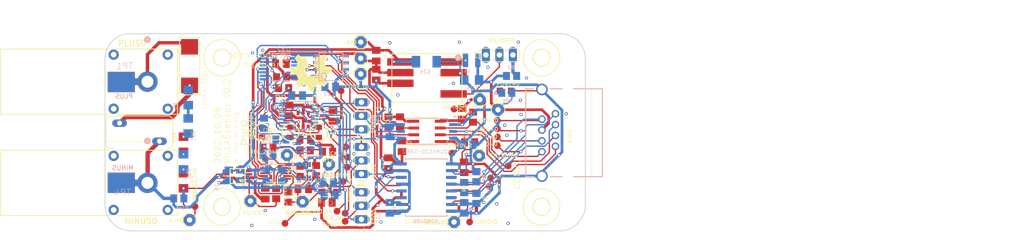
<source format=kicad_pcb>
(kicad_pcb (version 20221018) (generator pcbnew)
  (layers (0 "F.Cu" signal) (31 "B.Cu" signal) (34 "B.Paste" user) (35 "F.Paste" user) (36 "B.SilkS" user "B.Silkscreen") (37 "F.SilkS" user "F.Silkscreen") (38 "B.Mask" user) (39 "F.Mask" user) (44 "Edge.Cuts" user))
  (net 0 "")
  (net 1 "0V")
  (net 2 "N$53")
  (net 3 "+5V")
  (net 4 "DGND")
  (net 5 "CLK-")
  (net 6 "CLK+")
  (net 7 "DATA+")
  (net 8 "DATA-")
  (net 9 "REF_")
  (net 10 "N$20")
  (net 11 "N$21")
  (net 12 "N$29")
  (net 13 "N$66")
  (net 14 "N$67")
  (net 15 "N$1")
  (net 16 ">ADC")
  (net 17 "-5V")
  (net 18 "N$25")
  (net 19 "N$30")
  (net 20 "V+")
  (net 21 "STATUS_LED")
  (net 22 "CONV")
  (net 23 "N$5")
  (net 24 "N$3")
  (net 25 "N$8")
  (net 26 "N$15")
  (net 27 "N$17")
  (net 28 "N$18")
  (net 29 "N$9")
  (net 30 "N$16")
  (net 31 "N$10")
  (net 32 "N$12")
  (net 33 "N$11")
  (net 34 "N$14")
  (net 35 "N$4")
  (net 36 "N$6")
  (net 37 "N$19")
  (net 38 "SDO_ADC")
  (net 39 "N$23")
  (net 40 "CONV_ADC")
  (net 41 "SCK_ADC")
  (net 42 "N$24")
  (net 43 "N$31")
  (net 44 "N$7")
  (net 45 "N$32")
  (net 46 "N$2")
  (net 47 "INPUT_ZERO")
  (net 48 "SAT_DETECT")
  (net 49 "GAIN_LSB")
  (net 50 "GAIN_MSB")
  (net 51 "N_WE")
  (net 52 "DATA_DIR")
  (net 53 "CLK_DIR")
  (net 54 "N$13")
  (net 55 "N$22")
  (net 56 "N$26")
  (net 57 "N$27")
  (net 58 "SCL")
  (net 59 "SDO")
  (footprint "analog-in:C0805K" (layer "F.Cu") (at 158.590849 107.6286 90)
    (fp_text reference "C12")
    (fp_text value "100n")
  )
  (footprint "analog-in:1X01" (layer "F.Cu") (at 139.921849 118.0426 90)
    (fp_text reference "ADC_IN0")
    (fp_text value "TESTPIN" hide)
  )
  (footprint "analog-in:RM_10_ADI" (layer "F.Cu") (at 134.841849 112.7086)
    (fp_text reference "INSTR_AMP0" hide)
    (fp_text value "AD8250ARMZ")
  )
  (footprint "analog-in:C0805K" (layer "F.Cu") (at 140.429849 106.3586)
    (fp_text reference "C2")
    (fp_text value "100n" hide)
  )
  (footprint "analog-in:TP20SQ" (layer "F.Cu") (at 105.885849 95.5636)
    (fp_text reference "TP3" hide)
    (fp_text value "TPSTP20SQ" hide)
  )
  (footprint "analog-in:B1,27" (layer "F.Cu") (at 168.369849 100.6436)
    (fp_text reference "UNK0V_1" hide)
    (fp_text value "PTR1B1,27")
  )
  (footprint "analog-in:B1,27" (layer "F.Cu") (at 147.922849 121.7256 180)
    (fp_text reference "SDO_T0")
    (fp_text value "PTR1B1,27" hide)
  )
  (footprint "analog-in:B1,27" (layer "F.Cu") (at 171.290849 121.8526 90)
    (fp_text reference "UNK0V0")
    (fp_text value "PTR1B1,27")
  )
  (footprint "analog-in:C0805K" (layer "F.Cu") (at 132.936849 116.5186 -90)
    (fp_text reference "C_FILTER1")
    (fp_text value "nb" hide)
  )
  (footprint "analog-in:B1,27" (layer "F.Cu") (at 148.303849 109.6606 180)
    (fp_text reference "SCK_T0")
    (fp_text value "PTR1B1,27" hide)
  )
  (footprint "analog-in:R0805" (layer "F.Cu") (at 158.209849 103.0566 90)
    (fp_text reference "R19")
    (fp_text value "1.6k")
  )
  (footprint "analog-in:1X01" (layer "F.Cu") (at 173.068849 109.4066)
    (fp_text reference "DE_DATA0")
    (fp_text value "TESTPIN" hide)
  )
  (footprint "analog-in:B1,27" (layer "F.Cu") (at 119.728849 118.9316)
    (fp_text reference "ANALOG_IN0")
    (fp_text value "PTR1B1,27")
  )
  (footprint "analog-in:R0805" (layer "F.Cu") (at 171.925849 102.1676 90)
    (fp_text reference "R20")
    (fp_text value "DNP")
  )
  (footprint "analog-in:MA03-1" (layer "F.Cu") (at 150.970849 101.9136 90)
    (fp_text reference "CONV0")
    (fp_text value "")
  )
  (footprint "analog-in:R0805" (layer "F.Cu") (at 170.274849 115.3756 -90)
    (fp_text reference "R9")
    (fp_text value "120")
  )
  (footprint "analog-in:SML0805" (layer "F.Cu") (at 132.301849 105.0036 90)
    (fp_text reference "POWER1")
    (fp_text value "gr")
  )
  (footprint "analog-in:C0805K" (layer "F.Cu") (at 153.764849 90.6106 90)
    (fp_text reference "C21")
    (fp_text value "100n" hide)
  )
  (footprint "analog-in:R0805" (layer "F.Cu") (at 137.254849 117.1536 90)
    (fp_text reference "R_FILTER0")
    (fp_text value "2k2" hide)
  )
  (footprint "analog-in:B1,27" (layer "F.Cu") (at 136.619849 122.1066)
    (fp_text reference "GND2" hide)
    (fp_text value "PTR1B1,27")
  )
  (footprint "analog-in:B1,27" (layer "F.Cu") (at 148.049849 107.7556)
    (fp_text reference "GND1" hide)
    (fp_text value "PTR1B1,27")
  )
  (footprint "analog-in:1X01" (layer "F.Cu") (at 150.843849 88.0706)
    (fp_text reference "-5V0")
    (fp_text value "TESTPIN")
  )
  (footprint "analog-in:B1,27" (layer "F.Cu") (at 148.303849 111.5656)
    (fp_text reference "GND3" hide)
    (fp_text value "PTR1B1,27")
  )
  (footprint "analog-in:R0805" (layer "F.Cu") (at 172.560849 117.4076 90)
    (fp_text reference "R6")
    (fp_text value "220" hide)
  )
  (footprint "analog-in:TP20SQ" (layer "F.Cu") (at 105.885849 114.4866)
    (fp_text reference "TP2" hide)
    (fp_text value "TPSTP20SQ" hide)
  )
  (footprint "analog-in:0508.500MXEP" (layer "F.Cu") (at 118.458849 92.2616 -90)
    (fp_text reference "U$1" hide)
    (fp_text value "0508.500MXEP" hide)
  )
  (footprint "analog-in:B1,27" (layer "F.Cu") (at 176.497849 102.8026)
    (fp_text reference "CLK-0")
    (fp_text value "PTR1B1,27")
  )
  (footprint "analog-in:R0805" (layer "F.Cu") (at 135.984849 94.6746 180)
    (fp_text reference "R1")
    (fp_text value "10k" hide)
  )
  (footprint "analog-in:B1,27" (layer "F.Cu") (at 174.973849 115.1216)
    (fp_text reference "UNK0V_3" hide)
    (fp_text value "PTR1B1,27")
  )
  (footprint "analog-in:R_8_ADI" (layer "F.Cu") (at 163.289849 104.8346)
    (fp_text reference "I2C0" hide)
    (fp_text value "SI8400AB-B-IS")
  )
  (footprint "analog-in:1X01" (layer "F.Cu") (at 173.195849 98.8656)
    (fp_text reference "DGND0" hide)
    (fp_text value "TESTPIN" hide)
  )
  (footprint "analog-in:C0805K" (layer "F.Cu") (at 153.764849 94.1666 -90)
    (fp_text reference "C20")
    (fp_text value "100n" hide)
  )
  (footprint "analog-in:C0805K" (layer "F.Cu") (at 140.048849 115.6296)
    (fp_text reference "C_FILTER0")
    (fp_text value "330p" hide)
  )
  (footprint "analog-in:R0805" (layer "F.Cu") (at 140.429849 108.3906 180)
    (fp_text reference "R10")
    (fp_text value "390k" hide)
  )
  (footprint "analog-in:B1,27" (layer "F.Cu") (at 167.988849 108.8986)
    (fp_text reference "UNK0V_2")
    (fp_text value "PTR1B1,27")
  )
  (footprint "analog-in:C0805K" (layer "F.Cu") (at 169.893849 101.5326 90)
    (fp_text reference "C6")
    (fp_text value "100n" hide)
  )
  (footprint "analog-in:3,0" (layer "F.Cu") (at 124.805849 91.0036)
    (fp_text reference "H3" hide)
    (fp_text value "MOUNT-HOLE3.0" hide)
  )
  (footprint "analog-in:B1,27" (layer "F.Cu") (at 147.541849 114.2326)
    (fp_text reference "CONV_A0")
    (fp_text value "PTR1B1,27")
  )
  (footprint "analog-in:C0805K" (layer "F.Cu") (at 145.636849 101.9136 90)
    (fp_text reference "C22")
    (fp_text value "100n" hide)
  )
  (footprint "analog-in:1X01" (layer "F.Cu") (at 118.712849 121.4716)
    (fp_text reference "A_IN0")
    (fp_text value "TESTPIN" hide)
  )
  (footprint "analog-in:CVQ300K10" (layer "F.Cu") (at 109.314849 104.987 -90)
    (fp_text reference "MOV1" hide)
    (fp_text value "CV300CVQ300K10BL1" hide)
  )
  (footprint "analog-in:R0805" (layer "F.Cu") (at 133.444849 107.8826)
    (fp_text reference "R11")
    (fp_text value "0" hide)
  )
  (footprint "analog-in:1X01" (layer "F.Cu") (at 130.142849 117.9156)
    (fp_text reference "FILTER0")
    (fp_text value "TESTPIN" hide)
  )
  (footprint "analog-in:RW_16_ADI" (layer "F.Cu") (at 163.162849 115.3756)
    (fp_text reference "SERIAL_CLOCK0" hide)
    (fp_text value "ADM2486BRWZ")
  )
  (footprint "analog-in:C0805" (layer "F.Cu") (at 142.461849 112.2006 90)
    (fp_text reference "C1")
    (fp_text value "100n" hide)
  )
  (footprint "analog-in:1X01" (layer "F.Cu") (at 137.000849 109.2796)
    (fp_text reference "REF_2.048")
    (fp_text value "TESTPIN" hide)
  )
  (footprint "analog-in:1X01" (layer "F.Cu") (at 150.843849 91.1186)
    (fp_text reference "GND_4" hide)
    (fp_text value "GND4" hide)
  )
  (footprint "analog-in:MA03-1" (layer "F.Cu") (at 176.878849 90.4836)
    (fp_text reference "ON/OFF0")
    (fp_text value "")
  )
  (footprint "analog-in:B1,27" (layer "F.Cu") (at 147.922849 120.2016)
    (fp_text reference "SCK_A0")
    (fp_text value "PTR1B1,27")
  )
  (footprint "analog-in:UMAX8" (layer "F.Cu") (at 127.729849 113.2166 90)
    (fp_text reference "U$20" hide)
    (fp_text value "MAX4564UMAX")
  )
  (footprint "analog-in:TDN3_TRP" (layer "F.Cu") (at 163.289849 94.8016 180)
    (fp_text reference "DC-DC_CONVERTER0" hide)
    (fp_text value "TDN 3-1221WISM")
  )
  (footprint "analog-in:R0805" (layer "F.Cu") (at 144.620849 108.6446 180)
    (fp_text reference "R12")
    (fp_text value "47k" hide)
  )
  (footprint "analog-in:3,0" (layer "F.Cu") (at 184.805849 119.0036)
    (fp_text reference "H2" hide)
    (fp_text value "MOUNT-HOLE3.0" hide)
  )
  (footprint "analog-in:C0805K" (layer "F.Cu") (at 156.050849 110.8036 -90)
    (fp_text reference "C11")
    (fp_text value "100n" hide)
  )
  (footprint "analog-in:3,0" (layer "F.Cu") (at 184.805849 91.0036)
    (fp_text reference "H1" hide)
    (fp_text value "MOUNT-HOLE3.0" hide)
  )
  (footprint "analog-in:C0805" (layer "F.Cu") (at 139.413849 112.3276 90)
    (fp_text reference "C51")
    (fp_text value "1u" hide)
  )
  (footprint "analog-in:B1,27" (layer "F.Cu") (at 178.529849 111.3116 -90)
    (fp_text reference "CONV1")
    (fp_text value "PTR1B1,27")
  )
  (footprint "analog-in:B1,27" (layer "F.Cu") (at 176.497849 104.3266)
    (fp_text reference "CLK+0")
    (fp_text value "PTR1B1,27")
  )
  (footprint "analog-in:B1,27" (layer "F.Cu") (at 176.497849 105.8506)
    (fp_text reference "D+0")
    (fp_text value "PTR1B1,27")
  )
  (footprint "analog-in:MA03-1" (layer "F.Cu") (at 150.970849 110.2956 90)
    (fp_text reference "SCK0")
    (fp_text value "")
  )
  (footprint "analog-in:C0805K" (layer "F.Cu") (at 144.493849 118.1696 180)
    (fp_text reference "C18")
    (fp_text value "2u2" hide)
  )
  (footprint "analog-in:OSHW_8MM" (layer "F.Cu") (at 141.572849 93.4046 180)
    (fp_text reference "GOLD_ORB_SM1" hide)
    (fp_text value "OSHWLOGOLOGO8MM" hide)
  )
  (footprint "analog-in:SML0805" (layer "F.Cu") (at 178.021849 97.2146 180)
    (fp_text reference "POWER0")
    (fp_text value "gr" hide)
  )
  (footprint "analog-in:R0805" (layer "F.Cu") (at 172.560849 113.3436 90)
    (fp_text reference "R7")
    (fp_text value "220" hide)
  )
  (footprint "analog-in:R0805" (layer "F.Cu") (at 156.050849 103.0566 90)
    (fp_text reference "R18")
    (fp_text value "1.6k")
  )
  (footprint "analog-in:B1,27" (layer "F.Cu") (at 175.227849 113.5976)
    (fp_text reference "UNK0V_4" hide)
    (fp_text value "PTR1B1,27")
  )
  (footprint "analog-in:CHIPLED_0805" (layer "F.Cu") (at 142.969849 105.0036 180)
    (fp_text reference "STATUS0")
    (fp_text value "GREEN")
  )
  (footprint "analog-in:3,0" (layer "F.Cu") (at 124.805849 119.0036)
    (fp_text reference "H4" hide)
    (fp_text value "MOUNT-HOLE3.0" hide)
  )
  (footprint "analog-in:C0805K" (layer "F.Cu") (at 137.381849 100.8976 -90)
    (fp_text reference "C26")
    (fp_text value "100n" hide)
  )
  (footprint "analog-in:GLX-S-88M" (layer "F.Cu") (at 189.705849 105.0886 -90)
    (fp_text reference "RJ45")
    (fp_text value "GLX-S-88M" hide)
    (fp_line (start -8.532 -4.52) (end 8.532 -4.52) (stroke (width 0.05)) (layer "Edge.Cuts"))
  )
  (footprint "analog-in:R1206" (layer "F.Cu") (at 117.569849 107.2476 90)
    (fp_text reference "R58")
    (fp_text value "nb" hide)
  )
  (footprint "analog-in:TSOT-23_TS8_LIT" (layer "F.Cu") (at 144.747849 115.5026)
    (fp_text reference "ADC_0")
    (fp_text value "LTC2312")
  )
  (footprint "analog-in:CONN_23.3200-21_SBI" (layer "F.Cu") (at 110.805849 95.5036 -90)
    (fp_text reference "PLUS0")
    (fp_text value "23.3200-21" hide)
  )
  (footprint "analog-in:R0805" (layer "F.Cu") (at 134.968849 116.5186 -90)
    (fp_text reference "R_FILTER1")
    (fp_text value "0" hide)
  )
  (footprint "analog-in:C0805K" (layer "F.Cu") (at 170.274849 111.5656 -90)
    (fp_text reference "C7")
    (fp_text value "100n")
  )
  (footprint "analog-in:CONN_23.3200-21_SBI" (layer "F.Cu") (at 110.805849 114.5036 -90)
    (fp_text reference "MINUS0")
    (fp_text value "23.3200-21" hide)
  )
  (footprint "analog-in:R1206" (layer "F.Cu") (at 117.569849 114.1056 90)
    (fp_text reference "R4")
    (fp_text value "nb" hide)
  )
  (footprint "analog-in:C0805K" (layer "F.Cu") (at 135.857849 92.1346)
    (fp_text reference "C14")
    (fp_text value "100n" hide)
  )
  (footprint "analog-in:1X01" (layer "F.Cu") (at 150.843849 94.0396)
    (fp_text reference "+5V0")
    (fp_text value "TESTPIN")
  )
  (footprint "analog-in:B1,27" (layer "F.Cu") (at 146.398849 119.8206)
    (fp_text reference "SDO_A0")
    (fp_text value "PTR1B1,27")
  )
  (footprint "analog-in:DBV0006A_L" (layer "F.Cu") (at 140.048849 102.6756 90)
    (fp_text reference "UNK74LVC1G11")
    (fp_text value "SN74LVC1G32DCKT" hide)
  )
  (footprint "analog-in:SML0805" (layer "F.Cu") (at 137.635849 105.0036 90)
    (fp_text reference "LED2" hide)
    (fp_text value "GREEN" hide)
  )
  (footprint "analog-in:B1,27" (layer "F.Cu") (at 132.936849 110.0416)
    (fp_text reference "GND5" hide)
    (fp_text value "PTR1B1,27")
  )
  (footprint "analog-in:1X01" (layer "F.Cu") (at 168.369849 121.8526)
    (fp_text reference "DE_CLK0")
    (fp_text value "TESTPIN")
  )
  (footprint "analog-in:1X01" (layer "F.Cu") (at 176.624849 100.7706)
    (fp_text reference "VCC0")
    (fp_text value "TESTPIN" hide)
  )
  (footprint "analog-in:MA03-1" (layer "F.Cu") (at 150.970849 118.8046 90)
    (fp_text reference "SDO0")
    (fp_text value "")
  )
  (footprint "analog-in:R0805" (layer "F.Cu") (at 136.365849 96.7066 180)
    (fp_text reference "R8")
    (fp_text value "680")
  )
  (footprint "analog-in:B1,27" (layer "F.Cu") (at 176.497849 107.5016)
    (fp_text reference "D-0")
    (fp_text value "PTR1B1,27")
  )
  (footprint "analog-in:R0805" (layer "F.Cu") (at 171.290849 106.8666)
    (fp_text reference "R22")
    (fp_text value "DNP")
  )
  (footprint "analog-in:1X01" (layer "F.Cu") (at 144.874849 111.0576)
    (fp_text reference "ADC_REF0")
    (fp_text value "TESTPIN" hide)
  )
  (footprint "analog-in:B1,27" (layer "F.Cu") (at 147.160849 97.2146)
    (fp_text reference "CONV_T0")
    (fp_text value "PTR1B1,27" hide)
  )
  (footprint "analog-in:R0805" (layer "B.Cu") (at 135.857849 106.3586 180)
    (fp_text reference "R3")
    (fp_text value "680" hide)
  )
  (footprint "analog-in:R1206" (layer "B.Cu") (at 118.458849 98.4846 90)
    (fp_text reference "R5")
    (fp_text value "nb" hide)
  )
  (footprint "analog-in:C0805K" (layer "B.Cu") (at 156.304849 104.8346 -90)
    (fp_text reference "C4")
    (fp_text value "100n" hide)
  )
  (footprint "analog-in:DCK5-M" (layer "B.Cu") (at 145.255849 101.7866)
    (fp_text reference "SN74LVC1G32" hide)
    (fp_text value "74LVC1G32")
  )
  (footprint "analog-in:S_6_ADI" (layer "B.Cu") (at 140.302849 112.3276 -90)
    (fp_text reference "REF0" hide)
    (fp_text value "LT6654")
  )
  (footprint "analog-in:R1206" (layer "B.Cu") (at 117.569849 110.5496 90)
    (fp_text reference "R53")
    (fp_text value "nb" hide)
  )
  (footprint "analog-in:TSSOP16L" (layer "B.Cu") (at 135.730849 92.7696 -90)
    (fp_text reference "U$2")
    (fp_text value "TCA9534")
  )
  (footprint "analog-in:R0805" (layer "B.Cu") (at 172.560849 117.4076 -90)
    (fp_text reference "R17")
    (fp_text value "220" hide)
  )
  (footprint "analog-in:C1206" (layer "B.Cu") (at 171.671849 95.1826)
    (fp_text reference "C23")
    (fp_text value "22u")
  )
  (footprint "analog-in:TP20SQ" (layer "B.Cu") (at 105.885849 114.4866 180)
    (fp_text reference "TP4")
    (fp_text value "TPSTP20SQ" hide)
  )
  (footprint "analog-in:BR24T1MFJ-3AM" (layer "B.Cu") (at 145.255849 92.7696 90)
    (fp_text reference "ROHM_I2C0" hide)
    (fp_text value "BR24T1MF-3AM" hide)
  )
  (footprint "analog-in:R0805" (layer "B.Cu") (at 116.680849 117.4076)
    (fp_text reference "R14")
    (fp_text value "nb" hide)
  )
  (footprint "analog-in:R0805" (layer "B.Cu") (at 133.444849 109.2796)
    (fp_text reference "R13")
    (fp_text value "inf" hide)
  )
  (footprint "analog-in:UJ_6_ADI" (layer "B.Cu") (at 140.429849 107.1206 180)
    (fp_text reference "SATURATION_DETECT0" hide)
    (fp_text value "ADCMP670")
  )
  (footprint "analog-in:C0805K" (layer "B.Cu") (at 138.905849 98.1036)
    (fp_text reference "C25")
    (fp_text value "100n" hide)
  )
  (footprint "analog-in:C0805K" (layer "B.Cu") (at 128.237849 113.0896 90)
    (fp_text reference "C17")
    (fp_text value "100n" hide)
  )
  (footprint "analog-in:R1206" (layer "B.Cu") (at 118.458849 103.8186 90)
    (fp_text reference "R57")
    (fp_text value "nb" hide)
  )
  (footprint "analog-in:C0805K" (layer "B.Cu") (at 170.274849 119.1856 90)
    (fp_text reference "C9" hide)
    (fp_text value "100n")
  )
  (footprint "analog-in:C0805K" (layer "B.Cu") (at 156.304849 119.1856 90)
    (fp_text reference "C10")
    (fp_text value "100n" hide)
  )
  (footprint "analog-in:C0805K" (layer "B.Cu") (at 170.909849 107.3746 180)
    (fp_text reference "C3")
    (fp_text value "100n")
  )
  (footprint "analog-in:C0805K" (layer "B.Cu") (at 133.190849 113.0896 -90)
    (fp_text reference "C8")
    (fp_text value "100n" hide)
  )
  (footprint "analog-in:C0805K" (layer "B.Cu") (at 145.001849 116.7726 180)
    (fp_text reference "C15")
    (fp_text value "2u2" hide)
  )
  (footprint "analog-in:R0805" (layer "B.Cu") (at 179.164849 94.4206)
    (fp_text reference "R2")
    (fp_text value "1k5")
  )
  (footprint "analog-in:R0805" (layer "B.Cu") (at 132.682849 103.3106 90)
    (fp_text reference "R23")
    (fp_text value "680")
  )
  (footprint "analog-in:TP20SQ" (layer "B.Cu") (at 105.885849 95.5636 180)
    (fp_text reference "TP1")
    (fp_text value "TPSTP20SQ" hide)
  )
  (footprint "analog-in:R0805" (layer "B.Cu") (at 178.275849 97.5956)
    (fp_text reference "R21")
    (fp_text value "680" hide)
  )
  (footprint "analog-in:RI_6_1_ADI" (layer "B.Cu") (at 163.289849 104.8346 180)
    (fp_text reference "CONVERSION0" hide)
    (fp_text value "ADUM4120-1ARIZ")
  )
  (footprint "analog-in:TSSOP14_SOT402-1_NEX" (layer "B.Cu") (at 139.159849 101.9136 180)
    (fp_text reference "FLIP-FLOP0" hide)
    (fp_text value "74HC74PW")
  )
  (footprint "analog-in:C0805K" (layer "B.Cu") (at 126.078849 113.0896 90)
    (fp_text reference "C16")
    (fp_text value "100n" hide)
  )
  (footprint "analog-in:RW_16_ADI" (layer "B.Cu") (at 163.162849 115.3756)
    (fp_text reference "SERIAL_DATA0" hide)
    (fp_text value "ADM2486")
  )
  (footprint "analog-in:C0805K" (layer "B.Cu") (at 144.747849 114.4866 180)
    (fp_text reference "C19")
    (fp_text value "2u2" hide)
  )
  (footprint "analog-in:C0805K" (layer "B.Cu") (at 145.128849 96.4526 180)
    (fp_text reference "C13")
    (fp_text value "100n" hide)
  )
  (footprint "analog-in:R0805" (layer "B.Cu") (at 170.274849 115.3756 90)
    (fp_text reference "R15" hide)
    (fp_text value "120")
  )
  (footprint "analog-in:C0805K" (layer "B.Cu") (at 136.111849 113.0896 -90)
    (fp_text reference "C5")
    (fp_text value "100n" hide)
  )
  (footprint "analog-in:SM-NE29" (layer "B.Cu") (at 171.671849 91.4996)
    (fp_text reference "L1")
    (fp_text value "6u8")
  )
  (footprint "analog-in:R0805" (layer "B.Cu") (at 172.560849 113.3436 -90)
    (fp_text reference "R16" hide)
    (fp_text value "220" hide)
  )
  (footprint "analog-in:C1808" (layer "B.Cu") (at 163.162849 91.7536 180)
    (fp_text reference "C24")
    (fp_text value "220p" hide)
  )
  (gr_circle (center 137.635849 105.0036) (end 139.235849 105.0036) (stroke (width 0.254)) (fill none) (layer "F.SilkS"))
  (gr_circle (center 132.301849 105.0036) (end 133.901849 105.0036) (stroke (width 0.254)) (fill none) (layer "F.SilkS"))
  (gr_circle (center 142.969849 105.0036) (end 144.569849 105.0036) (stroke (width 0.254)) (fill none) (layer "F.SilkS"))
  (gr_arc (start 193.007849 118.2966) (mid 191.800254 121.846992) (end 188.435849 123.5036) (stroke (width 0.1524)) (layer "Edge.Cuts"))
  (gr_line (start 102.837849 91.2456) (end 102.837849 118.2966) (stroke (width 0.1524)) (layer "Edge.Cuts"))
  (gr_arc (start 102.837849 91.2456) (mid 104.141749 87.927708) (end 107.409849 86.5036) (stroke (width 0.1524)) (layer "Edge.Cuts"))
  (gr_arc (start 188.435849 86.5036) (mid 191.703949 87.927708) (end 193.007849 91.2456) (stroke (width 0.1524)) (layer "Edge.Cuts"))
  (gr_line (start 193.007849 118.2966) (end 193.007849 91.2456) (stroke (width 0.1524)) (layer "Edge.Cuts"))
  (gr_line (start 107.409849 86.5036) (end 188.435849 86.5036) (stroke (width 0.1524)) (layer "Edge.Cuts"))
  (gr_line (start 107.409849 123.5036) (end 188.435849 123.5036) (stroke (width 0.1524)) (layer "Edge.Cuts"))
  (gr_arc (start 107.409849 123.5036) (mid 104.045444 121.846992) (end 102.837849 118.2966) (stroke (width 0.1524)) (layer "Edge.Cuts"))
  (gr_text "PLUS" (at 108.171849 98.7386) (layer "B.SilkS") (effects (font (size 0.8636 0.8636) (thickness 0.1524)) (justify left bottom mirror)))
  (gr_text "MINUS" (at 108.298849 112.2006) (layer "B.SilkS") (effects (font (size 0.8636 0.8636) (thickness 0.1524)) (justify left bottom mirror)))
  (gr_text "2022_10_08" (at 124.681849 110.9306 90) (layer "F.SilkS") (effects (font (size 1.1684 1.1684) (thickness 0.1016)) (justify left bottom)))
  (gr_text "VILLASsensor V0.2" (at 126.459849 110.9306 90) (layer "F.SilkS") (effects (font (size 1.1684 1.1684) (thickness 0.1016)) (justify left bottom)))
  (gr_text "PWR" (at 130.269849 107.7556 90) (layer "F.SilkS") (effects (font (size 1.63576 1.63576) (thickness 0.14224)) (justify left bottom)))
  (gr_text "0V" (at 172.687849 97.0876) (layer "F.SilkS") (effects (font (size 0.747776 0.747776) (thickness 0.065024)) (justify left bottom)))
  (gr_text "GND" (at 147.922849 112.4546 90) (layer "F.SilkS") (effects (font (size 0.747776 0.747776) (thickness 0.065024)) (justify left bottom)))
  (gr_text "GND" (at 130.015849 110.4226) (layer "F.SilkS") (effects (font (size 0.747776 0.747776) (thickness 0.065024)) (justify left bottom)))
  (gr_text "GND" (at 147.033849 91.6266) (layer "F.SilkS") (effects (font (size 0.747776 0.747776) (thickness 0.065024)) (justify left bottom)))
  (gr_text "M. Pitz; N. Eiling" (at 127.856849 110.9306 90) (layer "F.SilkS") (effects (font (size 0.747776 0.747776) (thickness 0.065024)) (justify left bottom)))
  (gr_text "0V" (at 175.735849 116.1376) (layer "F.SilkS") (effects (font (size 0.747776 0.747776) (thickness 0.065024)) (justify left bottom)))
  (gr_text "GND" (at 133.571849 122.3606) (layer "F.SilkS") (effects (font (size 0.747776 0.747776) (thickness 0.065024)) (justify left bottom)))
  (gr_text "OL" (at 135.857849 106.8666 90) (layer "F.SilkS") (effects (font (size 1.63576 1.63576) (thickness 0.14224)) (justify left bottom)))
  (gr_text "100mA, 250V" (at 122.014849 100.7706 90) (layer "F.SilkS") (effects (font (size 0.747776 0.747776) (thickness 0.065024)) (justify left bottom)))
  (gr_text "0V" (at 176.243849 113.9786) (layer "F.SilkS") (effects (font (size 0.747776 0.747776) (thickness 0.065024)) (justify left bottom)))
  (gr_text "ST" (at 146.525849 106.7396 90) (layer "F.SilkS") (effects (font (size 1.63576 1.63576) (thickness 0.14224)) (justify left bottom)))
  (gr_text "0V" (at 167.353849 107.7556) (layer "F.SilkS") (effects (font (size 0.747776 0.747776) (thickness 0.065024)) (justify left bottom)))
  (gr_text "0V" (at 167.734849 102.2946) (layer "F.SilkS") (effects (font (size 0.747776 0.747776) (thickness 0.065024)) (justify left bottom)))
  (gr_text "GND" (at 147.033849 106.9936) (layer "F.SilkS") (effects (font (size 0.747776 0.747776) (thickness 0.065024)) (justify left bottom)))
  (segment (start 168.369849 100.6436) (end 168.115849 100.8976) (width 0.254) (layer "F.Cu") (net 1))
  (segment (start 169.131849 119.8206) (end 167.849149 119.8206) (width 0.508) (layer "F.Cu") (net 1))
  (segment (start 175.227849 113.8516) (end 175.227849 113.5976) (width 0.254) (layer "F.Cu") (net 1))
  (segment (start 175.989849 114.6136) (end 175.227849 113.8516) (width 0.254) (layer "F.Cu") (net 1))
  (segment (start 173.195849 98.8656) (end 174.084849 98.8656) (width 0.508) (layer "F.Cu") (net 1))
  (segment (start 175.989849 114.6136) (end 175.481849 115.1216) (width 0.254) (layer "F.Cu") (net 1))
  (segment (start 167.849149 112.2006) (end 169.289749 112.2006) (width 0.508) (layer "F.Cu") (net 1))
  (segment (start 168.369849 106.7396) (end 169.004849 107.3746) (width 0.508) (layer "F.Cu") (net 1))
  (segment (start 175.481849 115.1216) (end 174.973849 115.1216) (width 0.254) (layer "F.Cu") (net 1))
  (segment (start 168.289849 93.8016) (end 169.065105 93.464857) (width 0.254) (layer "F.Cu") (net 1))
  (segment (start 169.004849 107.3746) (end 169.004849 108.2636) (width 0.508) (layer "F.Cu") (net 1))
  (segment (start 174.084849 98.8656) (end 174.084849 102.5486) (width 0.508) (layer "F.Cu") (net 1))
  (segment (start 171.560849 98.8656) (end 173.195849 98.8656) (width 0.508) (layer "F.Cu") (net 1))
  (segment (start 184.614849 97.2146) (end 184.865849 96.9636) (width 0.254) (layer "F.Cu") (net 1))
  (segment (start 165.753649 106.7396) (end 168.369849 106.7396) (width 0.508) (layer "F.Cu") (net 1))
  (segment (start 169.004849 108.2636) (end 168.369849 108.8986) (width 0.254) (layer "F.Cu") (net 1))
  (segment (start 169.289749 112.2006) (end 170.253849 112.2006) (width 0.508) (layer "F.Cu") (net 1))
  (segment (start 169.289749 118.5506) (end 169.289749 119.6627) (width 0.508) (layer "F.Cu") (net 1))
  (segment (start 169.065105 93.464857) (end 169.512849 93.9126) (width 0.254) (layer "F.Cu") (net 1))
  (segment (start 179.071849 97.2146) (end 184.614849 97.2146) (width 0.254) (layer "F.Cu") (net 1))
  (segment (start 169.289749 119.6627) (end 169.131849 119.8206) (width 0.508) (layer "F.Cu") (net 1))
  (segment (start 171.290849 121.8526) (end 171.544849 121.5986) (width 0.254) (layer "F.Cu") (net 1))
  (segment (start 172.560849 112.3936) (end 170.446849 112.3936) (width 0.508) (layer "F.Cu") (net 1))
  (segment (start 167.988849 108.8986) (end 168.369849 108.8986) (width 0.254) (layer "F.Cu") (net 1))
  (segment (start 169.893849 100.5326) (end 171.560849 98.8656) (width 0.508) (layer "F.Cu") (net 1))
  (segment (start 170.253849 112.2006) (end 170.446849 112.3936) (width 0.635) (layer "F.Cu") (net 1))
  (segment (start 170.446849 112.3936) (end 170.274849 112.5656) (width 0.635) (layer "F.Cu") (net 1))
  (segment (start 171.544849 121.5986) (end 171.544849 119.4816) (width 0.254) (layer "F.Cu") (net 1))
  (via (at 188.054849 109.2796) (size 0.6) (drill 0.35) (layers "F.Cu" "B.Cu") (net 1))
  (via (at 169.512849 93.9126) (size 0.6) (drill 0.35) (layers "F.Cu" "B.Cu") (net 1))
  (via (at 173.957849 118.1696) (size 0.6) (drill 0.35) (layers "F.Cu" "B.Cu") (net 1))
  (via (at 169.385849 88.0706) (size 0.6) (drill 0.35) (layers "F.Cu" "B.Cu") (net 1))
  (via (at 180.942849 101.6596) (size 0.6) (drill 0.35) (layers "F.Cu" "B.Cu") (net 1))
  (via (at 178.529849 122.1066) (size 0.6) (drill 0.35) (layers "F.Cu" "B.Cu") (net 1))
  (via (at 178.275849 105.5966) (size 0.6) (drill 0.35) (layers "F.Cu" "B.Cu") (net 1))
  (via (at 169.289749 118.5506) (size 0.6) (drill 0.35) (layers "F.Cu" "B.Cu") (net 1))
  (via (at 169.289749 112.2006) (size 0.6) (drill 0.35) (layers "F.Cu" "B.Cu") (net 1))
  (via (at 168.242849 95.8176) (size 0.6) (drill 0.35) (layers "F.Cu" "B.Cu") (net 1))
  (via (at 175.989849 114.6136) (size 0.6) (drill 0.35) (layers "F.Cu" "B.Cu") (net 1))
  (via (at 169.004849 108.2636) (size 0.6) (drill 0.35) (layers "F.Cu" "B.Cu") (net 1))
  (via (at 171.544849 119.4816) (size 0.6) (drill 0.35) (layers "F.Cu" "B.Cu") (net 1))
  (via (at 180.815849 98.9926) (size 0.6) (drill 0.35) (layers "F.Cu" "B.Cu") (net 1))
  (via (at 174.084849 102.5486) (size 0.6) (drill 0.35) (layers "F.Cu" "B.Cu") (net 1))
  (via (at 181.958849 94.8016) (size 0.6) (drill 0.35) (layers "F.Cu" "B.Cu") (net 1))
  (via (at 189.451849 101.5326) (size 0.6) (drill 0.35) (layers "F.Cu" "B.Cu") (net 1))
  (via (at 177.894849 103.6916) (size 0.6) (drill 0.35) (layers "F.Cu" "B.Cu") (net 1))
  (via (at 174.719849 92.7696) (size 0.6) (drill 0.35) (layers "F.Cu" "B.Cu") (net 1))
  (via (at 180.434849 88.0706) (size 0.6) (drill 0.35) (layers "F.Cu" "B.Cu") (net 1))
  (via (at 171.163849 99.1196) (size 0.6) (drill 0.35) (layers "F.Cu" "B.Cu") (net 1))
  (segment (start 167.849149 118.5506) (end 169.289749 118.5506) (width 0.508) (layer "B.Cu") (net 1))
  (segment (start 183.976849 96.0746) (end 176.240849 96.0746) (width 0.508) (layer "B.Cu") (net 1))
  (segment (start 177.323849 113.2136) (end 175.448849 115.0886) (width 0.508) (layer "B.Cu") (net 1))
  (segment (start 170.274849 118.1856) (end 170.528849 118.4396) (width 0.635) (layer "B.Cu") (net 1))
  (segment (start 171.860849 96.7716) (end 171.860849 97.7114) (width 0.508) (layer "B.Cu") (net 1))
  (segment (start 165.112849 91.7536) (end 168.877849 91.7536) (width 0.254) (layer "B.Cu") (net 1))
  (segment (start 169.289749 118.5506) (end 170.253849 118.5506) (width 0.508) (layer "B.Cu") (net 1))
  (segment (start 169.909849 107.3746) (end 169.020849 108.2636) (width 0.508) (layer "B.Cu") (net 1))
  (segment (start 172.478849 118.4396) (end 170.528849 118.4396) (width 0.508) (layer "B.Cu") (net 1))
  (segment (start 169.385849 111.1846) (end 169.385849 112.1045) (width 0.508) (layer "B.Cu") (net 1))
  (segment (start 169.512849 92.3886) (end 169.512849 93.9126) (width 0.254) (layer "B.Cu") (net 1))
  (segment (start 173.322849 97.2146) (end 173.195849 97.3416) (width 0.254) (layer "B.Cu") (net 1))
  (segment (start 174.084849 103.178257) (end 169.909849 107.353257) (width 0.508) (layer "B.Cu") (net 1))
  (segment (start 170.271849 95.1826) (end 171.860849 96.7716) (width 0.508) (layer "B.Cu") (net 1))
  (segment (start 167.849149 110.9306) (end 169.131849 110.9306) (width 0.508) (layer "B.Cu") (net 1))
  (segment (start 188.626349 108.7081) (end 188.054849 109.2796) (width 0.508) (layer "B.Cu") (net 1))
  (segment (start 169.020849 108.2636) (end 169.004849 108.2636) (width 0.508) (layer "B.Cu") (net 1))
  (segment (start 169.131849 110.9306) (end 169.385849 111.1846) (width 0.508) (layer "B.Cu") (net 1))
  (segment (start 173.195849 97.3416) (end 173.195849 98.8656) (width 0.508) (layer "B.Cu") (net 1))
  (segment (start 169.909849 107.3746) (end 169.909849 107.353257) (width 0.508) (layer "B.Cu") (net 1))
  (segment (start 177.323849 113.2136) (end 184.865849 113.2136) (width 0.508) (layer "B.Cu") (net 1))
  (segment (start 170.271849 94.6716) (end 169.512849 93.9126) (width 0.254) (layer "B.Cu") (net 1))
  (segment (start 172.560849 118.3576) (end 172.478849 118.4396) (width 0.635) (layer "B.Cu") (net 1))
  (segment (start 171.544849 119.3736) (end 172.478849 118.4396) (width 0.254) (layer "B.Cu") (net 1))
  (segment (start 170.446849 118.3576) (end 170.274849 118.1856) (width 0.635) (layer "B.Cu") (net 1))
  (segment (start 184.865849 112.4686) (end 184.865849 113.2136) (width 0.508) (layer "B.Cu") (net 1))
  (segment (start 169.289749 112.2006) (end 169.385849 112.1045) (width 0.508) (layer "B.Cu") (net 1))
  (segment (start 170.271849 95.1826) (end 170.271849 94.6716) (width 0.254) (layer "B.Cu") (net 1))
  (segment (start 169.909849 107.3746) (end 169.947849 107.3746) (width 0.254) (layer "B.Cu") (net 1))
  (segment (start 171.544849 119.4816) (end 171.544849 119.3736) (width 0.254) (layer "B.Cu") (net 1))
  (segment (start 184.865849 96.9636) (end 183.976849 96.0746) (width 0.508) (layer "B.Cu") (net 1))
  (segment (start 168.169849 106.1046) (end 168.677849 106.1046) (width 0.635) (layer "B.Cu") (net 1))
  (segment (start 172.880849 118.3576) (end 175.448849 115.7896) (width 0.508) (layer "B.Cu") (net 1))
  (segment (start 167.849149 110.9306) (end 167.849149 109.4066) (width 0.508) (layer "B.Cu") (net 1))
  (segment (start 168.992149 108.2636) (end 167.849149 109.4066) (width 0.508) (layer "B.Cu") (net 1))
  (segment (start 174.084849 102.5486) (end 174.084849 103.178257) (width 0.508) (layer "B.Cu") (net 1))
  (segment (start 172.560849 118.3576) (end 172.880849 118.3576) (width 0.508) (layer "B.Cu") (net 1))
  (segment (start 173.322849 97.2146) (end 172.303849 97.2146) (width 0.508) (layer "B.Cu") (net 1))
  (segment (start 169.947849 107.3746) (end 169.984349 107.4111) (width 0.254) (layer "B.Cu") (net 1))
  (segment (start 170.253849 118.5506) (end 170.446849 118.3576) (width 0.635) (layer "B.Cu") (net 1))
  (segment (start 172.303849 97.2146) (end 171.860849 96.7716) (width 0.508) (layer "B.Cu") (net 1))
  (segment (start 169.512849 92.3886) (end 168.877849 91.7536) (width 0.254) (layer "B.Cu") (net 1))
  (segment (start 175.448849 115.7896) (end 175.448849 115.0886) (width 0.508) (layer "B.Cu") (net 1))
  (segment (start 188.626349 100.8341) (end 188.626349 108.7081) (width 0.508) (layer "B.Cu") (net 1))
  (segment (start 175.100849 97.2146) (end 176.240849 96.0746) (width 0.508) (layer "B.Cu") (net 1))
  (segment (start 184.865849 97.0736) (end 188.626349 100.8341) (width 0.508) (layer "B.Cu") (net 1))
  (segment (start 188.054849 109.2796) (end 184.865849 112.4686) (width 0.508) (layer "B.Cu") (net 1))
  (segment (start 169.984349 107.4111) (end 168.677849 106.1046) (width 0.635) (layer "B.Cu") (net 1))
  (segment (start 184.865849 96.9636) (end 184.865849 97.0736) (width 0.508) (layer "B.Cu") (net 1))
  (segment (start 169.004849 108.2636) (end 168.992149 108.2636) (width 0.508) (layer "B.Cu") (net 1))
  (segment (start 173.322849 97.2146) (end 175.100849 97.2146) (width 0.508) (layer "B.Cu") (net 1))
  (segment (start 176.624849 97.2146) (end 176.243849 97.5956) (width 0.254) (layer "F.Cu") (net 2))
  (segment (start 176.971849 97.2146) (end 176.624849 97.2146) (width 0.254) (layer "F.Cu") (net 2))
  (via (at 176.243849 97.5956) (size 0.6) (drill 0.35) (layers "F.Cu" "B.Cu") (net 2))
  (segment (start 176.243849 97.5956) (end 177.325849 97.5956) (width 0.254) (layer "B.Cu") (net 2))
  (segment (start 153.764849 95.1666) (end 153.764849 95.3096) (width 0.254) (layer "F.Cu") (net 3))
  (segment (start 140.683849 99.5006) (end 140.683849 100.2626) (width 0.254) (layer "F.Cu") (net 3))
  (segment (start 146.062299 116.4776) (end 145.763849 116.4776) (width 0.254) (layer "F.Cu") (net 3))
  (segment (start 156.177849 101.9796) (end 156.177849 100.8976) (width 0.254) (layer "F.Cu") (net 3))
  (segment (start 135.603849 113.2586) (end 135.603849 113.5126) (width 0.254) (layer "F.Cu") (net 3))
  (segment (start 142.334849 94.8016) (end 145.890849 98.3576) (width 0.508) (layer "F.Cu") (net 3))
  (segment (start 154.704483 104.148966) (end 154.653849 104.1996) (width 0.508) (layer "F.Cu") (net 3))
  (segment (start 142.461849 113.55605) (end 143.433399 114.5276) (width 0.508) (layer "F.Cu") (net 3))
  (segment (start 160.826049 102.9296) (end 159.236849 102.9296) (width 0.508) (layer "F.Cu") (net 3))
  (segment (start 125.554849 114.1916) (end 125.259849 114.4866) (width 0.508) (layer "F.Cu") (net 3))
  (segment (start 136.934849 94.6746) (end 136.238849 93.9786) (width 0.508) (layer "F.Cu") (net 3))
  (segment (start 158.590849 108.6286) (end 158.590849 110.8163) (width 0.508) (layer "F.Cu") (net 3))
  (segment (start 158.476549 118.5506) (end 159.987849 118.5506) (width 0.508) (layer "F.Cu") (net 3))
  (segment (start 136.238849 93.6586) (end 134.857849 92.2776) (width 0.508) (layer "F.Cu") (net 3))
  (segment (start 145.128849 115.5026) (end 144.153849 114.5276) (width 0.508) (layer "F.Cu") (net 3))
  (segment (start 136.153849 112.7086) (end 135.603849 113.2586) (width 0.254) (layer "F.Cu") (net 3))
  (segment (start 142.461849 113.2166) (end 141.445849 114.2326) (width 0.508) (layer "F.Cu") (net 3))
  (segment (start 136.934849 94.6746) (end 137.061849 94.8016) (width 0.508) (layer "F.Cu") (net 3))
  (segment (start 158.209849 102.1066) (end 156.050849 102.1066) (width 0.508) (layer "F.Cu") (net 3))
  (segment (start 125.259849 114.4866) (end 124.300849 114.4866) (width 0.508) (layer "F.Cu") (net 3))
  (segment (start 139.429849 106.3586) (end 139.429849 106.0886) (width 0.508) (layer "F.Cu") (net 3))
  (segment (start 158.476549 110.9306) (end 157.587549 110.9306) (width 0.635) (layer "F.Cu") (net 3))
  (segment (start 135.977339 103.9536) (end 135.788767 103.765029) (width 0.254) (layer "F.Cu") (net 3))
  (segment (start 139.429849 106.3586) (end 138.667849 107.1206) (width 0.254) (layer "F.Cu") (net 3))
  (segment (start 146.779849 102.7391) (end 147.224349 102.2946) (width 0.508) (layer "F.Cu") (net 3))
  (segment (start 145.493849 118.1696) (end 145.493849 116.7476) (width 0.508) (layer "F.Cu") (net 3))
  (segment (start 140.683849 100.2626) (end 140.048849 100.2626) (width 0.508) (layer "F.Cu") (net 3))
  (segment (start 156.050849 102.1066) (end 156.177849 101.9796) (width 0.254) (layer "F.Cu") (net 3))
  (segment (start 154.399849 95.8016) (end 153.764849 95.1666) (width 0.508) (layer "F.Cu") (net 3))
  (segment (start 156.460549 109.8036) (end 156.050849 109.8036) (width 0.635) (layer "F.Cu") (net 3))
  (segment (start 142.461849 113.1506) (end 142.461849 113.2166) (width 0.254) (layer "F.Cu") (net 3))
  (segment (start 155.939849 109.9146) (end 154.907849 109.9146) (width 0.508) (layer "F.Cu") (net 3))
  (segment (start 145.763849 116.4776) (end 145.468849 116.4776) (width 0.508) (layer "F.Cu") (net 3))
  (segment (start 144.153849 114.5276) (end 143.433399 114.5276) (width 0.508) (layer "F.Cu") (net 3))
  (segment (start 158.289849 95.8016) (end 154.399849 95.8016) (width 0.508) (layer "F.Cu") (net 3))
  (segment (start 145.493849 116.7476) (end 145.763849 116.4776) (width 0.254) (layer "F.Cu") (net 3))
  (segment (start 145.636849 102.9136) (end 146.605349 102.9136) (width 0.508) (layer "F.Cu") (net 3))
  (segment (start 146.062299 116.4776) (end 146.865849 116.4776) (width 0.508) (layer "F.Cu") (net 3))
  (segment (start 137.061849 94.8016) (end 142.334849 94.8016) (width 0.508) (layer "F.Cu") (net 3))
  (segment (start 135.788767 103.765029) (end 134.228899 102.1676) (width 0.254) (layer "F.Cu") (net 3))
  (segment (start 156.050849 109.8036) (end 155.939849 109.9146) (width 0.254) (layer "F.Cu") (net 3))
  (segment (start 142.461849 113.1506) (end 142.461849 113.55605) (width 0.254) (layer "F.Cu") (net 3))
  (segment (start 159.236849 102.9296) (end 158.413849 102.1066) (width 0.508) (layer "F.Cu") (net 3))
  (segment (start 134.222849 90.9916) (end 134.857849 91.6266) (width 0.508) (layer "F.Cu") (net 3))
  (segment (start 158.590849 110.8163) (end 158.476549 110.9306) (width 0.508) (layer "F.Cu") (net 3))
  (segment (start 134.857849 91.6266) (end 134.857849 92.1346) (width 0.508) (layer "F.Cu") (net 3))
  (segment (start 139.429849 106.0886) (end 140.048849 105.4696) (width 0.508) (layer "F.Cu") (net 3))
  (segment (start 144.309245 101.855997) (end 143.039245 101.855997) (width 0.508) (layer "F.Cu") (net 3))
  (segment (start 140.048849 100.2626) (end 140.048849 99.8816) (width 0.508) (layer "F.Cu") (net 3))
  (segment (start 145.468849 116.4776) (end 145.128849 116.1376) (width 0.508) (layer "F.Cu") (net 3))
  (segment (start 138.667849 107.1206) (end 138.397849 107.1206) (width 0.508) (layer "F.Cu") (net 3))
  (segment (start 143.039245 101.855997) (end 141.445849 100.2626) (width 0.508) (layer "F.Cu") (net 3))
  (segment (start 154.653849 109.8036) (end 156.050849 109.8036) (width 0.508) (layer "F.Cu") (net 3))
  (segment (start 134.079849 102.1676) (end 134.228899 102.1676) (width 0.254) (layer "F.Cu") (net 3))
  (segment (start 136.905849 99.8976) (end 136.127849 99.1196) (width 0.254) (layer "F.Cu") (net 3))
  (segment (start 136.153849 112.7086) (end 137.013549 112.7086) (width 0.254) (layer "F.Cu") (net 3))
  (segment (start 145.890849 98.3576) (end 147.224349 99.6911) (width 0.508) (layer "F.Cu") (net 3))
  (segment (start 140.048849 99.8816) (end 137.397849 99.8816) (width 0.508) (layer "F.Cu") (net 3))
  (segment (start 140.048849 101.4006) (end 140.048849 100.2626) (width 0.508) (layer "F.Cu") (net 3))
  (segment (start 146.865849 116.4776) (end 146.906849 116.5186) (width 0.254) (layer "F.Cu") (net 3))
  (segment (start 145.636849 102.9136) (end 145.366849 102.9136) (width 0.508) (layer "F.Cu") (net 3))
  (segment (start 137.635849 103.9536) (end 135.977339 103.9536) (width 0.254) (layer "F.Cu") (net 3))
  (segment (start 145.128849 116.1376) (end 145.128849 115.5026) (width 0.508) (layer "F.Cu") (net 3))
  (segment (start 156.177849 100.8976) (end 156.304849 100.7706) (width 0.254) (layer "F.Cu") (net 3))
  (segment (start 137.381849 99.8976) (end 136.905849 99.8976) (width 0.254) (layer "F.Cu") (net 3))
  (segment (start 134.857849 92.2776) (end 134.857849 92.1346) (width 0.508) (layer "F.Cu") (net 3))
  (segment (start 157.587549 110.9306) (end 156.460549 109.8036) (width 0.635) (layer "F.Cu") (net 3))
  (segment (start 146.779849 103.5646) (end 146.779849 102.7391) (width 0.508) (layer "F.Cu") (net 3))
  (segment (start 146.605349 102.9136) (end 146.779849 102.7391) (width 0.508) (layer "F.Cu") (net 3))
  (segment (start 154.653849 104.1996) (end 154.653849 109.8036) (width 0.508) (layer "F.Cu") (net 3))
  (segment (start 145.366849 102.9136) (end 144.309245 101.855997) (width 0.508) (layer "F.Cu") (net 3))
  (segment (start 158.413849 102.1066) (end 158.209849 102.1066) (width 0.254) (layer "F.Cu") (net 3))
  (segment (start 141.445849 100.2626) (end 140.683849 100.2626) (width 0.508) (layer "F.Cu") (net 3))
  (segment (start 136.238849 93.9786) (end 136.238849 93.6586) (width 0.508) (layer "F.Cu") (net 3))
  (segment (start 147.224349 102.2946) (end 147.224349 99.6911) (width 0.508) (layer "F.Cu") (net 3))
  (segment (start 137.381849 99.8976) (end 137.397849 99.8816) (width 0.508) (layer "F.Cu") (net 3))
  (via (at 134.079849 102.1676) (size 0.6) (drill 0.35) (layers "F.Cu" "B.Cu") (net 3))
  (via (at 146.906849 116.5186) (size 0.6) (drill 0.35) (layers "F.Cu" "B.Cu") (net 3))
  (via (at 153.764849 95.3096) (size 0.6) (drill 0.35) (layers "F.Cu" "B.Cu") (net 3))
  (via (at 143.039245 101.855997) (size 0.6) (drill 0.35) (layers "F.Cu" "B.Cu") (net 3))
  (via (at 135.603849 113.5126) (size 0.6) (drill 0.35) (layers "F.Cu" "B.Cu") (net 3))
  (via (at 136.127849 99.1196) (size 0.6) (drill 0.35) (layers "F.Cu" "B.Cu") (net 3))
  (via (at 140.048849 105.4696) (size 0.6) (drill 0.35) (layers "F.Cu" "B.Cu") (net 3))
  (via (at 124.300849 114.4866) (size 0.6) (drill 0.35) (layers "F.Cu" "B.Cu") (net 3))
  (via (at 159.987849 118.5506) (size 0.6) (drill 0.35) (layers "F.Cu" "B.Cu") (net 3))
  (via (at 140.683849 99.5006) (size 0.6) (drill 0.35) (layers "F.Cu" "B.Cu") (net 3))
  (via (at 138.397849 107.1206) (size 0.6) (drill 0.35) (layers "F.Cu" "B.Cu") (net 3))
  (via (at 145.890849 98.3576) (size 0.6) (drill 0.35) (layers "F.Cu" "B.Cu") (net 3))
  (via (at 154.907849 109.9146) (size 0.6) (drill 0.35) (layers "F.Cu" "B.Cu") (net 3))
  (via (at 154.704483 104.148966) (size 0.6) (drill 0.35) (layers "F.Cu" "B.Cu") (net 3))
  (via (at 141.445849 114.2326) (size 0.6) (drill 0.35) (layers "F.Cu" "B.Cu") (net 3))
  (via (at 134.222849 90.9916) (size 0.6) (drill 0.35) (layers "F.Cu" "B.Cu") (net 3))
  (via (at 146.779849 103.5646) (size 0.6) (drill 0.35) (layers "F.Cu" "B.Cu") (net 3))
  (via (at 156.304849 100.7706) (size 0.6) (drill 0.35) (layers "F.Cu" "B.Cu") (net 3))
  (segment (start 142.981642 101.9136) (end 143.039245 101.855997) (width 0.254) (layer "B.Cu") (net 3))
  (segment (start 127.364849 115.3756) (end 136.111849 115.3756) (width 0.508) (layer "B.Cu") (net 3))
  (segment (start 134.079849 102.1676) (end 134.333849 101.9136) (width 0.254) (layer "B.Cu") (net 3))
  (segment (start 154.907849 111.8196) (end 155.669849 112.5816) (width 0.508) (layer "B.Cu") (net 3))
  (segment (start 156.304849 100.7706) (end 156.304849 103.8346) (width 0.508) (layer "B.Cu") (net 3))
  (segment (start 136.111849 114.0896) (end 135.984849 114.0896) (width 0.254) (layer "B.Cu") (net 3))
  (segment (start 136.207099 99.9636) (end 136.207099 99.1196) (width 0.508) (layer "B.Cu") (net 3))
  (segment (start 135.037849 102.5636) (end 135.037849 104.0146) (width 0.254) (layer "B.Cu") (net 3))
  (segment (start 135.580849 104.5576) (end 135.037849 104.0146) (width 0.254) (layer "B.Cu") (net 3))
  (segment (start 147.986349 93.2141) (end 147.986349 94.4841) (width 0.508) (layer "B.Cu") (net 3))
  (segment (start 136.207099 99.1196) (end 136.127849 99.1196) (width 0.508) (layer "B.Cu") (net 3))
  (segment (start 142.112599 101.9136) (end 142.981642 101.9136) (width 0.254) (layer "B.Cu") (net 3))
  (segment (start 153.637849 96.4526) (end 156.304849 99.1196) (width 0.508) (layer "B.Cu") (net 3))
  (segment (start 134.333849 101.9136) (end 134.983849 102.5636) (width 0.254) (layer "B.Cu") (net 3))
  (segment (start 140.048849 105.4696) (end 138.270849 105.4696) (width 0.254) (layer "B.Cu") (net 3))
  (segment (start 136.207099 99.5826) (end 136.207099 99.9636) (width 0.254) (layer "B.Cu") (net 3))
  (segment (start 126.078849 114.0896) (end 126.078849 114.151344) (width 0.508) (layer "B.Cu") (net 3))
  (segment (start 146.906849 103.6916) (end 146.906849 116.5186) (width 0.508) (layer "B.Cu") (net 3))
  (segment (start 138.270849 105.4696) (end 137.358849 104.5576) (width 0.254) (layer "B.Cu") (net 3))
  (segment (start 154.907849 109.9146) (end 154.907849 111.8196) (width 0.508) (layer "B.Cu") (net 3))
  (segment (start 156.685849 112.5816) (end 157.066849 112.2006) (width 0.508) (layer "B.Cu") (net 3))
  (segment (start 142.112599 99.9636) (end 141.146849 99.9636) (width 0.254) (layer "B.Cu") (net 3))
  (segment (start 135.603849 113.5126) (end 135.603849 113.7086) (width 0.508) (layer "B.Cu") (net 3))
  (segment (start 145.890849 96.5636) (end 146.128849 96.3256) (width 0.508) (layer "B.Cu") (net 3))
  (segment (start 136.111849 115.3756) (end 140.302849 115.3756) (width 0.508) (layer "B.Cu") (net 3))
  (segment (start 153.764849 95.3096) (end 153.764849 96.4526) (width 0.508) (layer "B.Cu") (net 3))
  (segment (start 146.652849 116.7726) (end 146.001849 116.7726) (width 0.508) (layer "B.Cu") (net 3))
  (segment (start 156.304849 99.1196) (end 156.304849 100.7706) (width 0.508) (layer "B.Cu") (net 3))
  (segment (start 159.987849 115.1216) (end 159.987849 118.5506) (width 0.508) (layer "B.Cu") (net 3))
  (segment (start 134.983849 102.5636) (end 136.207099 102.5636) (width 0.254) (layer "B.Cu") (net 3))
  (segment (start 146.481399 103.26615) (end 146.779849 103.5646) (width 0.508) (layer "B.Cu") (net 3))
  (segment (start 159.987849 114.4866) (end 159.733849 114.7406) (width 0.508) (layer "B.Cu") (net 3))
  (segment (start 156.304849 103.8346) (end 155.018849 103.8346) (width 0.508) (layer "B.Cu") (net 3))
  (segment (start 158.476549 119.8206) (end 158.111549 120.1856) (width 0.508) (layer "B.Cu") (net 3))
  (segment (start 155.669849 112.5816) (end 156.685849 112.5816) (width 0.508) (layer "B.Cu") (net 3))
  (segment (start 159.987849 118.5506) (end 159.987849 119.351444) (width 0.508) (layer "B.Cu") (net 3))
  (segment (start 146.481399 102.4366) (end 146.481399 103.26615) (width 0.508) (layer "B.Cu") (net 3))
  (segment (start 134.206849 101.7866) (end 134.333849 101.9136) (width 0.254) (layer "B.Cu") (net 3))
  (segment (start 158.476549 112.2006) (end 159.606849 112.2006) (width 0.508) (layer "B.Cu") (net 3))
  (segment (start 159.733849 114.7406) (end 158.476549 114.7406) (width 0.508) (layer "B.Cu") (net 3))
  (segment (start 146.906849 116.5186) (end 146.652849 116.7726) (width 0.508) (layer "B.Cu") (net 3))
  (segment (start 136.889849 99.1196) (end 136.207099 99.1196) (width 0.508) (layer "B.Cu") (net 3))
  (segment (start 133.725849 90.4946) (end 132.760849 90.4946) (width 0.254) (layer "B.Cu") (net 3))
  (segment (start 159.606849 112.2006) (end 159.987849 112.5816) (width 0.508) (layer "B.Cu") (net 3))
  (segment (start 146.128849 95.3256) (end 146.970349 94.4841) (width 0.508) (layer "B.Cu") (net 3))
  (segment (start 134.222849 90.9916) (end 133.725849 90.4946) (width 0.254) (layer "B.Cu") (net 3))
  (segment (start 145.890849 98.3576) (end 145.890849 96.5636) (width 0.508) (layer "B.Cu") (net 3))
  (segment (start 141.445849 114.2326) (end 141.252849 114.0396) (width 0.254) (layer "B.Cu") (net 3))
  (segment (start 126.078849 114.151344) (end 125.824849 114.4866) (width 0.508) (layer "B.Cu") (net 3))
  (segment (start 136.207099 99.5826) (end 134.451842 99.5826) (width 0.254) (layer "B.Cu") (net 3))
  (segment (start 134.206849 99.827594) (end 134.451842 99.5826) (width 0.254) (layer "B.Cu") (net 3))
  (segment (start 136.111849 115.3756) (end 136.111849 114.0896) (width 0.508) (layer "B.Cu") (net 3))
  (segment (start 153.764849 96.4526) (end 153.637849 96.4526) (width 0.508) (layer "B.Cu") (net 3))
  (segment (start 157.066849 112.2006) (end 158.476549 112.2006) (width 0.508) (layer "B.Cu") (net 3))
  (segment (start 132.875849 102.1676) (end 134.079849 102.1676) (width 0.254) (layer "B.Cu") (net 3))
  (segment (start 159.533792 119.8055) (end 158.491649 119.8055) (width 0.635) (layer "B.Cu") (net 3))
  (segment (start 159.733849 114.8676) (end 159.987849 115.1216) (width 0.508) (layer "B.Cu") (net 3))
  (segment (start 146.970349 94.4841) (end 147.986349 94.4841) (width 0.508) (layer "B.Cu") (net 3))
  (segment (start 141.252849 113.6103) (end 141.252849 114.0396) (width 0.254) (layer "B.Cu") (net 3))
  (segment (start 137.358849 104.5576) (end 135.580849 104.5576) (width 0.254) (layer "B.Cu") (net 3))
  (segment (start 156.558849 103.5806) (end 156.304849 103.8346) (width 0.635) (layer "B.Cu") (net 3))
  (segment (start 146.906849 103.6916) (end 146.779849 103.5646) (width 0.508) (layer "B.Cu") (net 3))
  (segment (start 141.146849 99.9636) (end 140.683849 99.5006) (width 0.254) (layer "B.Cu") (net 3))
  (segment (start 159.987849 115.1216) (end 159.987849 114.4866) (width 0.508) (layer "B.Cu") (net 3))
  (segment (start 158.111549 120.1856) (end 156.304849 120.1856) (width 0.635) (layer "B.Cu") (net 3))
  (segment (start 140.302849 115.3756) (end 141.445849 114.2326) (width 0.508) (layer "B.Cu") (net 3))
  (segment (start 146.128849 96.3256) (end 146.128849 95.3256) (width 0.508) (layer "B.Cu") (net 3))
  (segment (start 159.987849 119.351444) (end 159.533792 119.8055) (width 0.508) (layer "B.Cu") (net 3))
  (segment (start 136.207099 99.9636) (end 136.207099 100.6136) (width 0.254) (layer "B.Cu") (net 3))
  (segment (start 134.206849 101.7866) (end 134.206849 99.827594) (width 0.254) (layer "B.Cu") (net 3))
  (segment (start 150.843849 96.4526) (end 146.128849 96.4526) (width 0.508) (layer "B.Cu") (net 3))
  (segment (start 136.207099 102.5636) (end 135.037849 102.5636) (width 0.254) (layer "B.Cu") (net 3))
  (segment (start 158.491649 119.8055) (end 158.476549 119.8206) (width 0.635) (layer "B.Cu") (net 3))
  (segment (start 150.843849 94.0396) (end 150.843849 96.4526) (width 0.508) (layer "B.Cu") (net 3))
  (segment (start 146.128849 96.4526) (end 146.128849 96.3256) (width 0.254) (layer "B.Cu") (net 3))
  (segment (start 155.018849 103.8346) (end 154.704483 104.148966) (width 0.508) (layer "B.Cu") (net 3))
  (segment (start 153.637849 96.4526) (end 150.843849 96.4526) (width 0.508) (layer "B.Cu") (net 3))
  (segment (start 135.984849 114.0896) (end 135.603849 113.7086) (width 0.254) (layer "B.Cu") (net 3))
  (segment (start 126.078849 114.0896) (end 127.364849 115.3756) (width 0.508) (layer "B.Cu") (net 3))
  (segment (start 158.393849 103.5806) (end 156.558849 103.5806) (width 0.635) (layer "B.Cu") (net 3))
  (segment (start 158.409849 103.5646) (end 158.393849 103.5806) (width 0.635) (layer "B.Cu") (net 3))
  (segment (start 132.682849 102.3606) (end 132.875849 102.1676) (width 0.254) (layer "B.Cu") (net 3))
  (segment (start 159.733849 114.7406) (end 159.733849 114.8676) (width 0.508) (layer "B.Cu") (net 3))
  (segment (start 159.987849 112.5816) (end 159.987849 114.4866) (width 0.508) (layer "B.Cu") (net 3))
  (segment (start 125.824849 114.4866) (end 124.300849 114.4866) (width 0.508) (layer "B.Cu") (net 3))
  (segment (start 137.905849 98.1036) (end 136.889849 99.1196) (width 0.508) (layer "B.Cu") (net 3))
  (segment (start 138.397849 107.1206) (end 139.153499 107.1206) (width 0.508) (layer "B.Cu") (net 3))
  (segment (start 160.826049 106.7396) (end 158.701849 106.7396) (width 0.508) (layer "F.Cu") (net 4))
  (segment (start 155.415849 118.1856) (end 154.836349 117.6061) (width 0.508) (layer "F.Cu") (net 4))
  (segment (start 158.476549 117.2806) (end 157.320849 117.2806) (width 0.508) (layer "F.Cu") (net 4))
  (segment (start 142.461849 115.8836) (end 142.715849 115.8836) (width 0.508) (layer "F.Cu") (net 4))
  (segment (start 135.667349 111.1211) (end 135.730849 111.1846) (width 0.254) (layer "F.Cu") (net 4))
  (segment (start 154.399849 93.8016) (end 153.764849 93.1666) (width 0.508) (layer "F.Cu") (net 4))
  (segment (start 152.494849 96.1986) (end 152.494849 93.4046) (width 0.508) (layer "F.Cu") (net 4))
  (segment (start 158.476549 119.8206) (end 153.129849 119.8206) (width 0.508) (layer "F.Cu") (net 4))
  (segment (start 131.031849 113.847863) (end 131.031849 116.3916) (width 0.508) (layer "F.Cu") (net 4))
  (segment (start 155.352349 100.5801) (end 155.352349 100.7071) (width 0.508) (layer "F.Cu") (net 4))
  (segment (start 137.381849 101.8976) (end 138.254849 101.8976) (width 0.508) (layer "F.Cu") (net 4))
  (segment (start 142.715849 115.8836) (end 142.771849 115.8276) (width 0.508) (layer "F.Cu") (net 4))
  (segment (start 144.030299 101.1366) (end 144.000849 101.1366) (width 0.254) (layer "F.Cu") (net 4))
  (segment (start 140.048849 102.4216) (end 139.921849 102.2946) (width 0.508) (layer "F.Cu") (net 4))
  (segment (start 130.725586 113.5416) (end 131.031849 113.847863) (width 0.508) (layer "F.Cu") (net 4))
  (segment (start 136.619849 122.1066) (end 138.778849 119.9476) (width 0.254) (layer "F.Cu") (net 4))
  (segment (start 138.778849 119.9476) (end 143.493849 119.9476) (width 0.254) (layer "F.Cu") (net 4))
  (segment (start 131.031849 113.847863) (end 130.99932 113.880391) (width 0.254) (layer "F.Cu") (net 4))
  (segment (start 105.75123 114.5036) (end 110.805849 114.5036) (width 1.27) (layer "F.Cu") (net 4))
  (segment (start 133.317849 90.900988) (end 133.317849 97.3416) (width 0.508) (layer "F.Cu") (net 4))
  (segment (start 143.604849 107.398888) (end 142.470136 107.398888) (width 0.508) (layer "F.Cu") (net 4))
  (segment (start 144.366849 117.2966) (end 143.493849 118.1696) (width 0.508) (layer "F.Cu") (net 4))
  (segment (start 105.885849 114.4866) (end 105.868849 114.5036) (width 0.8128) (layer "F.Cu") (net 4))
  (segment (start 156.050849 112.2006) (end 154.807852 113.443597) (width 0.508) (layer "F.Cu") (net 4))
  (segment (start 142.207849 115.6296) (end 141.048849 115.6296) (width 0.508) (layer "F.Cu") (net 4))
  (segment (start 125.554849 113.5416) (end 127.025849 113.5416) (width 0.4064) (layer "F.Cu") (net 4))
  (segment (start 148.811849 106.2316) (end 148.049849 106.9936) (width 0.254) (layer "F.Cu") (net 4))
  (segment (start 153.891849 103.4376) (end 153.891849 106.1046) (width 0.508) (layer "F.Cu") (net 4))
  (segment (start 153.764849 91.6106) (end 153.764849 93.1666) (width 0.508) (layer "F.Cu") (net 4))
  (segment (start 142.771849 115.8276) (end 143.433399 115.8276) (width 0.254) (layer "F.Cu") (net 4))
  (segment (start 132.158849 117.5186) (end 131.031849 116.3916) (width 0.508) (layer "F.Cu") (net 4))
  (segment (start 137.365849 91.6266) (end 136.857849 92.1346) (width 0.508) (layer "F.Cu") (net 4))
  (segment (start 145.636849 100.9136) (end 145.413849 101.1366) (width 0.254) (layer "F.Cu") (net 4))
  (segment (start 142.470136 107.398888) (end 142.191849 107.1206) (width 0.254) (layer "F.Cu") (net 4))
  (segment (start 132.301849 106.0536) (end 132.307699 106.22575) (width 0.254) (layer "F.Cu") (net 4))
  (segment (start 134.587849 98.1036) (end 134.587849 99.6276) (width 0.508) (layer "F.Cu") (net 4))
  (segment (start 134.206849 100.0086) (end 134.587849 99.6276) (width 0.508) (layer "F.Cu") (net 4))
  (segment (start 138.254849 101.8976) (end 138.651849 102.2946) (width 0.508) (layer "F.Cu") (net 4))
  (segment (start 150.843849 91.1186) (end 151.335849 91.6106) (width 0.254) (layer "F.Cu") (net 4))
  (segment (start 130.725586 113.5416) (end 130.577586 113.3936) (width 0.254) (layer "F.Cu") (net 4))
  (segment (start 156.050849 111.8036) (end 156.050849 112.2006) (width 0.508) (layer "F.Cu") (net 4))
  (segment (start 147.310849 110.5726) (end 147.310849 108.4946) (width 0.254) (layer "F.Cu") (net 4))
  (segment (start 141.429849 106.3586) (end 142.191849 107.1206) (width 0.508) (layer "F.Cu") (net 4))
  (segment (start 153.129849 119.3126) (end 154.836349 117.6061) (width 0.508) (layer "F.Cu") (net 4))
  (segment (start 158.701849 106.7396) (end 158.590849 106.6286) (width 0.508) (layer "F.Cu") (net 4))
  (segment (start 152.621849 122.8686) (end 153.129849 122.3606) (width 0.508) (layer "F.Cu") (net 4))
  (segment (start 158.289849 93.8016) (end 154.399849 93.8016) (width 0.508) (layer "F.Cu") (net 4))
  (segment (start 154.907849 98.6116) (end 152.494849 96.1986) (width 0.508) (layer "F.Cu") (net 4))
  (segment (start 137.365849 90.9916) (end 137.365849 91.6266) (width 0.508) (layer "F.Cu") (net 4))
  (segment (start 132.307699 106.22575) (end 132.111349 106.4221) (width 0.254) (layer "F.Cu") (net 4))
  (segment (start 148.049849 107.7556) (end 148.049849 106.9936) (width 0.254) (layer "F.Cu") (net 4))
  (segment (start 142.461849 111.2506) (end 142.207849 110.9966) (width 0.254) (layer "F.Cu") (net 4))
  (segment (start 133.317849 97.3416) (end 134.079849 98.1036) (width 0.508) (layer "F.Cu") (net 4))
  (segment (start 129.904849 112.2416) (end 129.761849 112.2416) (width 0.254) (layer "F.Cu") (net 4))
  (segment (start 113.061349 106.6888) (end 110.838849 108.9113) (width 0.8128) (layer "F.Cu") (net 4))
  (segment (start 142.969849 106.763888) (end 142.969849 106.0536) (width 0.254) (layer "F.Cu") (net 4))
  (segment (start 156.050849 111.8036) (end 156.447849 112.2006) (width 0.254) (layer "F.Cu") (net 4))
  (segment (start 151.478849 91.6106) (end 150.097849 90.2296) (width 0.508) (layer "F.Cu") (net 4))
  (segment (start 141.318849 102.9296) (end 140.556849 102.9296) (width 0.508) (layer "F.Cu") (net 4))
  (segment (start 132.670149 112.2086) (end 133.833849 112.2086) (width 0.254) (layer "F.Cu") (net 4))
  (segment (start 142.207849 99.3436) (end 142.207849 98.1036) (width 0.508) (layer "F.Cu") (net 4))
  (segment (start 134.079849 98.1036) (end 134.587849 98.1036) (width 0.508) (layer "F.Cu") (net 4))
  (segment (start 135.533842 101.8976) (end 137.381849 101.8976) (width 0.508) (layer "F.Cu") (net 4))
  (segment (start 143.493849 121.1066) (end 145.255849 122.8686) (width 0.508) (layer "F.Cu") (net 4))
  (segment (start 135.533842 101.8976) (end 134.206849 100.570607) (width 0.508) (layer "F.Cu") (net 4))
  (segment (start 143.493849 119.9476) (end 143.493849 121.1066) (width 0.508) (layer "F.Cu") (net 4))
  (segment (start 148.303849 111.5656) (end 147.310849 110.5726) (width 0.254) (layer "F.Cu") (net 4))
  (segment (start 145.570849 107.6896) (end 145.280136 107.398888) (width 0.508) (layer "F.Cu") (net 4))
  (segment (start 105.868849 114.5036) (end 105.75123 114.5036) (width 0.8128) (layer "F.Cu") (net 4))
  (segment (start 157.320849 117.2806) (end 156.360349 118.2411) (width 0.508) (layer "F.Cu") (net 4))
  (segment (start 141.826849 104.4536) (end 141.826849 103.4376) (width 0.508) (layer "F.Cu") (net 4))
  (segment (start 143.604849 107.398888) (end 142.969849 106.763888) (width 0.254) (layer "F.Cu") (net 4))
  (segment (start 124.300849 113.4706) (end 125.554849 113.4706) (width 0.4064) (layer "F.Cu") (net 4))
  (segment (start 139.413849 111.3776) (end 139.093849 111.0576) (width 0.254) (layer "F.Cu") (net 4))
  (segment (start 158.476549 116.0106) (end 158.476549 117.2806) (width 0.508) (layer "F.Cu") (net 4))
  (segment (start 153.764849 91.6106) (end 151.478849 91.6106) (width 0.508) (layer "F.Cu") (net 4))
  (segment (start 133.989236 90.2296) (end 133.317849 90.900988) (width 0.508) (layer "F.Cu") (net 4))
  (segment (start 135.095849 111.8196) (end 135.730849 111.1846) (width 0.508) (layer "F.Cu") (net 4))
  (segment (start 153.764849 116.5346) (end 153.764849 115.2486) (width 0.508) (layer "F.Cu") (net 4))
  (segment (start 128.237849 114.0896) (end 127.573849 114.0896) (width 0.508) (layer "F.Cu") (net 4))
  (segment (start 139.093849 111.0576) (end 138.143849 111.0576) (width 0.508) (layer "F.Cu") (net 4))
  (segment (start 134.206849 98.1036) (end 142.207849 98.1036) (width 0.508) (layer "F.Cu") (net 4))
  (segment (start 139.794849 102.2946) (end 139.540849 102.2946) (width 0.508) (layer "F.Cu") (net 4))
  (segment (start 145.570849 108.6446) (end 145.570849 107.6896) (width 0.508) (layer "F.Cu") (net 4))
  (segment (start 132.670149 112.2086) (end 132.670149 111.7086) (width 0.254) (layer "F.Cu") (net 4))
  (segment (start 157.971849 106.6286) (end 157.447849 106.1046) (width 0.508) (layer "F.Cu") (net 4))
  (segment (start 143.433399 115.8276) (end 144.056849 115.8276) (width 0.508) (layer "F.Cu") (net 4))
  (segment (start 147.310849 108.4946) (end 148.049849 107.7556) (width 0.254) (layer "F.Cu") (net 4))
  (segment (start 145.280136 107.398888) (end 143.604849 107.398888) (width 0.508) (layer "F.Cu") (net 4))
  (segment (start 110.838849 114.4706) (end 110.805849 114.5036) (width 0.8128) (layer "F.Cu") (net 4))
  (segment (start 139.540849 102.2946) (end 138.651849 102.2946) (width 0.508) (layer "F.Cu") (net 4))
  (segment (start 135.730849 111.0576) (end 138.143849 111.0576) (width 0.508) (layer "F.Cu") (net 4))
  (segment (start 132.936849 117.5186) (end 132.158849 117.5186) (width 0.508) (layer "F.Cu") (net 4))
  (segment (start 154.836349 117.6061) (end 153.764849 116.5346) (width 0.508) (layer "F.Cu") (net 4))
  (segment (start 156.304849 118.1856) (end 155.415849 118.1856) (width 0.508) (layer "F.Cu") (net 4))
  (segment (start 142.461849 107.1206) (end 142.191849 107.1206) (width 0.508) (layer "F.Cu") (net 4))
  (segment (start 144.056849 115.8276) (end 144.366849 116.1376) (width 0.508) (layer "F.Cu") (net 4))
  (segment (start 134.206849 100.570607) (end 134.206849 100.0086) (width 0.508) (layer "F.Cu") (net 4))
  (segment (start 158.590849 106.6286) (end 157.971849 106.6286) (width 0.508) (layer "F.Cu") (net 4))
  (segment (start 142.461849 115.8836) (end 142.207849 115.6296) (width 0.508) (layer "F.Cu") (net 4))
  (segment (start 142.207849 109.7876) (end 142.207849 110.9966) (width 0.508) (layer "F.Cu") (net 4))
  (segment (start 152.494849 93.4046) (end 152.732849 93.1666) (width 0.508) (layer "F.Cu") (net 4))
  (segment (start 155.352349 100.5801) (end 154.907849 100.1356) (width 0.508) (layer "F.Cu") (net 4))
  (segment (start 133.833849 112.2086) (end 133.952849 112.3276) (width 0.254) (layer "F.Cu") (net 4))
  (segment (start 153.129849 122.3606) (end 153.129849 119.8206) (width 0.508) (layer "F.Cu") (net 4))
  (segment (start 129.761849 111.527594) (end 129.761849 111.5656) (width 0.508) (layer "F.Cu") (net 4))
  (segment (start 143.493849 118.1696) (end 143.493849 119.9476) (width 0.508) (layer "F.Cu") (net 4))
  (segment (start 140.048849 103.9506) (end 140.048849 102.4216) (width 0.508) (layer "F.Cu") (net 4))
  (segment (start 144.000849 101.1366) (end 142.207849 99.3436) (width 0.508) (layer "F.Cu") (net 4))
  (segment (start 148.811849 106.2316) (end 149.573849 106.2316) (width 0.254) (layer "F.Cu") (net 4))
  (segment (start 129.904849 113.5416) (end 128.785849 113.5416) (width 0.508) (layer "F.Cu") (net 4))
  (segment (start 129.761849 111.5656) (end 129.761849 112.2416) (width 0.508) (layer "F.Cu") (net 4))
  (segment (start 128.785849 113.5416) (end 128.237849 114.0896) (width 0.508) (layer "F.Cu") (net 4))
  (segment (start 125.554849 113.4706) (end 125.554849 113.5416) (width 0.254) (layer "F.Cu") (net 4))
  (segment (start 139.921849 102.2946) (end 139.540849 102.2946) (width 0.254) (layer "F.Cu") (net 4))
  (segment (start 152.732849 93.1666) (end 153.764849 93.1666) (width 0.508) (layer "F.Cu") (net 4))
  (segment (start 130.577586 113.3936) (end 128.725842 113.3936) (width 0.254) (layer "F.Cu") (net 4))
  (segment (start 132.936849 110.0416) (end 134.587849 110.0416) (width 0.254) (layer "F.Cu") (net 4))
  (segment (start 153.129849 119.8206) (end 153.129849 119.3126) (width 0.508) (layer "F.Cu") (net 4))
  (segment (start 151.335849 91.6106) (end 153.764849 91.6106) (width 0.254) (layer "F.Cu") (net 4))
  (segment (start 110.838849 108.9113) (end 110.838849 114.4706) (width 0.8128) (layer "F.Cu") (net 4))
  (segment (start 135.667349 111.1211) (end 135.730849 111.0576) (width 0.508) (layer "F.Cu") (net 4))
  (segment (start 141.826849 103.4376) (end 141.318849 102.9296) (width 0.508) (layer "F.Cu") (net 4))
  (segment (start 156.447849 112.2006) (end 158.476549 112.2006) (width 0.508) (layer "F.Cu") (net 4))
  (segment (start 150.097849 90.2296) (end 133.989236 90.2296) (width 0.508) (layer "F.Cu") (net 4))
  (segment (start 144.030299 101.1366) (end 145.413849 101.1366) (width 0.254) (layer "F.Cu") (net 4))
  (segment (start 145.255849 122.8686) (end 152.621849 122.8686) (width 0.508) (layer "F.Cu") (net 4))
  (segment (start 134.587849 110.0416) (end 135.667349 111.1211) (width 0.254) (layer "F.Cu") (net 4))
  (segment (start 140.556849 102.9296) (end 140.048849 102.4216) (width 0.508) (layer "F.Cu") (net 4))
  (segment (start 154.907849 98.6116) (end 154.907849 100.1356) (width 0.508) (layer "F.Cu") (net 4))
  (segment (start 156.304849 118.1856) (end 156.360349 118.2411) (width 0.508) (layer "F.Cu") (net 4))
  (segment (start 129.904849 113.5416) (end 130.725586 113.5416) (width 0.508) (layer "F.Cu") (net 4))
  (segment (start 144.366849 116.1376) (end 144.366849 117.2966) (width 0.508) (layer "F.Cu") (net 4))
  (segment (start 127.573849 114.0896) (end 127.025849 113.5416) (width 0.508) (layer "F.Cu") (net 4))
  (via (at 156.304849 88.1976) (size 0.6) (drill 0.35) (layers "F.Cu" "B.Cu") (net 4))
  (via (at 132.428849 89.5946) (size 0.6) (drill 0.35) (layers "F.Cu" "B.Cu") (net 4))
  (via (at 144.112849 94.6746) (size 0.6) (drill 0.35) (layers "F.Cu" "B.Cu") (net 4))
  (via (at 154.018849 118.6776) (size 0.6) (drill 0.35) (layers "F.Cu" "B.Cu") (net 4))
  (via (at 157.828849 97.9766) (size 0.6) (drill 0.35) (layers "F.Cu" "B.Cu") (net 4))
  (via (at 153.764849 115.2486) (size 0.6) (drill 0.35) (layers "F.Cu" "B.Cu") (net 4))
  (via (at 154.653849 121.8526) (size 0.6) (drill 0.35) (layers "F.Cu" "B.Cu") (net 4))
  (via (at 155.352349 100.5801) (size 0.6) (drill 0.35) (layers "F.Cu" "B.Cu") (net 4))
  (via (at 142.207849 121.3446) (size 0.6) (drill 0.35) (layers "F.Cu" "B.Cu") (net 4))
  (via (at 142.461849 107.1206) (size 0.6) (drill 0.35) (layers "F.Cu" "B.Cu") (net 4))
  (via (at 142.715849 115.8836) (size 0.6) (drill 0.35) (layers "F.Cu" "B.Cu") (net 4))
  (via (at 157.447849 106.1046) (size 0.6) (drill 0.35) (layers "F.Cu" "B.Cu") (net 4))
  (via (at 156.050849 111.8036) (size 0.6) (drill 0.35) (layers "F.Cu" "B.Cu") (net 4))
  (via (at 137.365849 90.9916) (size 0.6) (drill 0.35) (layers "F.Cu" "B.Cu") (net 4))
  (via (at 142.207849 109.7876) (size 0.6) (drill 0.35) (layers "F.Cu" "B.Cu") (net 4))
  (via (at 128.237849 114.0896) (size 0.6) (drill 0.35) (layers "F.Cu" "B.Cu") (net 4))
  (via (at 132.936849 119.6936) (size 0.6) (drill 0.35) (layers "F.Cu" "B.Cu") (net 4))
  (via (at 130.396849 122.4876) (size 0.6) (drill 0.35) (layers "F.Cu" "B.Cu") (net 4))
  (via (at 133.952849 112.3276) (size 0.6) (drill 0.35) (layers "F.Cu" "B.Cu") (net 4))
  (via (at 132.111349 106.4221) (size 0.6) (drill 0.35) (layers "F.Cu" "B.Cu") (net 4))
  (via (at 144.366849 91.2456) (size 0.6) (drill 0.35) (layers "F.Cu" "B.Cu") (net 4))
  (via (at 129.761849 111.5656) (size 0.6) (drill 0.35) (layers "F.Cu" "B.Cu") (net 4))
  (via (at 142.207849 98.1036) (size 0.6) (drill 0.35) (layers "F.Cu" "B.Cu") (net 4))
  (via (at 156.304849 118.1856) (size 0.6) (drill 0.35) (layers "F.Cu" "B.Cu") (net 4))
  (via (at 130.99932 113.880391) (size 0.6) (drill 0.35) (layers "F.Cu" "B.Cu") (net 4))
  (via (at 153.891849 103.4376) (size 0.6) (drill 0.35) (layers "F.Cu" "B.Cu") (net 4))
  (via (at 149.573849 109.0256) (size 0.6) (drill 0.35) (layers "F.Cu" "B.Cu") (net 4))
  (via (at 124.300849 113.4706) (size 0.6) (drill 0.35) (layers "F.Cu" "B.Cu") (net 4))
  (via (at 144.030299 101.1366) (size 0.6) (drill 0.35) (layers "F.Cu" "B.Cu") (net 4))
  (via (at 138.143849 111.0576) (size 0.6) (drill 0.35) (layers "F.Cu" "B.Cu") (net 4))
  (via (at 141.826849 104.4536) (size 0.6) (drill 0.35) (layers "F.Cu" "B.Cu") (net 4))
  (via (at 154.807852 113.443597) (size 0.6) (drill 0.35) (layers "F.Cu" "B.Cu") (net 4))
  (via (at 130.523849 90.1026) (size 0.6) (drill 0.35) (layers "F.Cu" "B.Cu") (net 4))
  (via (at 135.095849 111.8196) (size 0.6) (drill 0.35) (layers "F.Cu" "B.Cu") (net 4))
  (via (at 140.175849 96.0716) (size 0.6) (drill 0.35) (layers "F.Cu" "B.Cu") (net 4))
  (via (at 152.240849 109.0256) (size 0.6) (drill 0.35) (layers "F.Cu" "B.Cu") (net 4))
  (via (at 149.573849 106.2316) (size 0.6) (drill 0.35) (layers "F.Cu" "B.Cu") (net 4))
  (via (at 153.891849 106.1046) (size 0.6) (drill 0.35) (layers "F.Cu" "B.Cu") (net 4))
  (segment (start 158.476549 110.9306) (end 157.206549 109.6606) (width 0.508) (layer "B.Cu") (net 4))
  (segment (start 115.730849 118.632638) (end 116.172849 119.074638) (width 0.508) (layer "B.Cu") (net 4))
  (segment (start 153.764849 106.2316) (end 153.891849 106.1046) (width 0.254) (layer "B.Cu") (net 4))
  (segment (start 142.207849 98.1036) (end 139.905849 98.1036) (width 0.508) (layer "B.Cu") (net 4))
  (segment (start 142.334849 115.8836) (end 141.953849 115.5026) (width 0.508) (layer "B.Cu") (net 4))
  (segment (start 126.078849 112.0896) (end 125.697849 112.0896) (width 0.508) (layer "B.Cu") (net 4))
  (segment (start 157.206549 107.3079) (end 157.206549 109.6606) (width 0.508) (layer "B.Cu") (net 4))
  (segment (start 110.805849 114.5036) (end 110.858549 114.4509) (width 0.635) (layer "B.Cu") (net 4))
  (segment (start 135.095849 111.8196) (end 135.841849 111.8196) (width 0.508) (layer "B.Cu") (net 4))
  (segment (start 149.573849 106.2316) (end 153.764849 106.2316) (width 0.254) (layer "B.Cu") (net 4))
  (segment (start 133.190849 112.0896) (end 131.031849 112.0896) (width 0.508) (layer "B.Cu") (net 4))
  (segment (start 156.923849 110.9306) (end 158.476549 110.9306) (width 0.508) (layer "B.Cu") (net 4))
  (segment (start 140.937849 112.2006) (end 141.953849 112.2006) (width 0.508) (layer "B.Cu") (net 4))
  (segment (start 144.128849 95.3256) (end 143.287349 94.4841) (width 0.508) (layer "B.Cu") (net 4))
  (segment (start 115.730849 117.4076) (end 115.730849 118.632638) (width 0.508) (layer "B.Cu") (net 4))
  (segment (start 144.128849 96.4526) (end 144.128849 95.3256) (width 0.508) (layer "B.Cu") (net 4))
  (segment (start 134.952849 111.9626) (end 135.095849 111.8196) (width 0.254) (layer "B.Cu") (net 4))
  (segment (start 140.672849 95.0446) (end 140.906099 95.27785) (width 0.508) (layer "B.Cu") (net 4))
  (segment (start 141.699849 94.4841) (end 142.525349 94.4841) (width 0.508) (layer "B.Cu") (net 4))
  (segment (start 118.839849 119.074638) (end 120.100355 117.814132) (width 0.508) (layer "B.Cu") (net 4))
  (segment (start 140.302849 110.6766) (end 140.302849 111.0449) (width 0.508) (layer "B.Cu") (net 4))
  (segment (start 156.304849 105.8346) (end 154.161849 105.8346) (width 0.508) (layer "B.Cu") (net 4))
  (segment (start 113.825849 117.4076) (end 110.869149 114.4509) (width 0.635) (layer "B.Cu") (net 4))
  (segment (start 153.891849 102.0406) (end 155.352349 100.5801) (width 0.508) (layer "B.Cu") (net 4))
  (segment (start 158.409849 106.1046) (end 157.206549 107.3079) (width 0.508) (layer "B.Cu") (net 4))
  (segment (start 142.207849 96.5796) (end 140.906099 95.27785) (width 0.508) (layer "B.Cu") (net 4))
  (segment (start 120.100355 117.814132) (end 120.100355 117.0901) (width 0.508) (layer "B.Cu") (net 4))
  (segment (start 142.588849 114.2326) (end 141.953849 114.8676) (width 0.508) (layer "B.Cu") (net 4))
  (segment (start 153.891849 103.4376) (end 153.891849 102.0406) (width 0.508) (layer "B.Cu") (net 4))
  (segment (start 138.700849 90.4946) (end 138.700849 91.1446) (width 0.508) (layer "B.Cu") (net 4))
  (segment (start 138.143849 111.0576) (end 138.156549 111.0449) (width 0.254) (layer "B.Cu") (net 4))
  (segment (start 105.885849 114.4866) (end 105.75123 114.5036) (width 1.27) (layer "B.Cu") (net 4))
  (segment (start 153.891849 106.1046) (end 154.161849 105.8346) (width 0.254) (layer "B.Cu") (net 4))
  (segment (start 133.714849 112.0896) (end 133.190849 112.0896) (width 0.254) (layer "B.Cu") (net 4))
  (segment (start 142.525349 94.4841) (end 142.525349 93.2141) (width 0.508) (layer "B.Cu") (net 4))
  (segment (start 145.747849 114.4866) (end 144.874849 115.3596) (width 0.508) (layer "B.Cu") (net 4))
  (segment (start 156.050849 111.8036) (end 156.923849 110.9306) (width 0.508) (layer "B.Cu") (net 4))
  (segment (start 133.190849 109.9756) (end 133.190849 112.0896) (width 0.508) (layer "B.Cu") (net 4))
  (segment (start 144.874849 115.3596) (end 144.874849 115.8996) (width 0.508) (layer "B.Cu") (net 4))
  (segment (start 133.952849 112.3276) (end 133.714849 112.0896) (width 0.254) (layer "B.Cu") (net 4))
  (segment (start 156.574849 106.1046) (end 156.304849 105.8346) (width 0.635) (layer "B.Cu") (net 4))
  (segment (start 123.719855 113.4706) (end 120.100355 117.0901) (width 0.508) (layer "B.Cu") (net 4))
  (segment (start 142.112599 104.16785) (end 142.112599 103.8636) (width 0.508) (layer "B.Cu") (net 4))
  (segment (start 142.461849 107.1206) (end 143.477849 108.1366) (width 0.508) (layer "B.Cu") (net 4))
  (segment (start 153.764849 115.2486) (end 153.764849 114.4866) (width 0.508) (layer "B.Cu") (net 4))
  (segment (start 141.191849 109.7876) (end 140.302849 110.6766) (width 0.508) (layer "B.Cu") (net 4))
  (segment (start 143.604849 116.7726) (end 142.715849 115.8836) (width 0.508) (layer "B.Cu") (net 4))
  (segment (start 141.953849 115.5026) (end 141.953849 114.8676) (width 0.508) (layer "B.Cu") (net 4))
  (segment (start 125.697849 112.0896) (end 124.316849 113.4706) (width 0.508) (layer "B.Cu") (net 4))
  (segment (start 158.476549 118.5506) (end 158.111549 118.1856) (width 0.508) (layer "B.Cu") (net 4))
  (segment (start 158.111549 118.1856) (end 156.304849 118.1856) (width 0.508) (layer "B.Cu") (net 4))
  (segment (start 142.525349 91.9441) (end 142.525349 90.6741) (width 0.508) (layer "B.Cu") (net 4))
  (segment (start 141.953849 112.2006) (end 142.588849 112.8356) (width 0.508) (layer "B.Cu") (net 4))
  (segment (start 138.700849 90.4946) (end 138.700849 91.1186) (width 0.254) (layer "B.Cu") (net 4))
  (segment (start 115.730849 117.4076) (end 113.825849 117.4076) (width 0.635) (layer "B.Cu") (net 4))
  (segment (start 140.302849 111.0449) (end 139.352849 111.0449) (width 0.508) (layer "B.Cu") (net 4))
  (segment (start 130.99932 113.880391) (end 130.99932 112.122129) (width 0.508) (layer "B.Cu") (net 4))
  (segment (start 142.715849 115.8836) (end 142.334849 115.8836) (width 0.508) (layer "B.Cu") (net 4))
  (segment (start 133.190849 112.0896) (end 133.317849 111.9626) (width 0.254) (layer "B.Cu") (net 4))
  (segment (start 153.764849 114.4866) (end 154.807852 113.443597) (width 0.508) (layer "B.Cu") (net 4))
  (segment (start 143.477849 109.5336) (end 143.223849 109.7876) (width 0.508) (layer "B.Cu") (net 4))
  (segment (start 138.700849 90.4946) (end 142.345849 90.4946) (width 0.508) (layer "B.Cu") (net 4))
  (segment (start 124.316849 113.4706) (end 124.300849 113.4706) (width 0.508) (layer "B.Cu") (net 4))
  (segment (start 110.805849 114.5036) (end 105.75123 114.5036) (width 1.27) (layer "B.Cu") (net 4))
  (segment (start 130.285849 112.0896) (end 129.761849 111.5656) (width 0.508) (layer "B.Cu") (net 4))
  (segment (start 144.874849 115.8996) (end 144.001849 116.7726) (width 0.508) (layer "B.Cu") (net 4))
  (segment (start 124.300849 113.4706) (end 123.719855 113.4706) (width 0.508) (layer "B.Cu") (net 4))
  (segment (start 135.841849 111.8196) (end 136.111849 112.0896) (width 0.254) (layer "B.Cu") (net 4))
  (segment (start 138.156549 111.0449) (end 139.352849 111.0449) (width 0.508) (layer "B.Cu") (net 4))
  (segment (start 143.477849 108.1366) (end 143.477849 109.5336) (width 0.508) (layer "B.Cu") (net 4))
  (segment (start 110.869149 114.4509) (end 110.858549 114.4509) (width 0.635) (layer "B.Cu") (net 4))
  (segment (start 142.207849 109.7876) (end 141.191849 109.7876) (width 0.508) (layer "B.Cu") (net 4))
  (segment (start 140.906099 95.27785) (end 141.699849 94.4841) (width 0.508) (layer "B.Cu") (net 4))
  (segment (start 131.031849 112.0896) (end 130.285849 112.0896) (width 0.508) (layer "B.Cu") (net 4))
  (segment (start 142.461849 107.1206) (end 141.706199 107.1206) (width 0.508) (layer "B.Cu") (net 4))
  (segment (start 142.207849 96.5796) (end 142.207849 98.1036) (width 0.508) (layer "B.Cu") (net 4))
  (segment (start 142.525349 91.9441) (end 142.525349 93.2141) (width 0.508) (layer "B.Cu") (net 4))
  (segment (start 158.409849 106.1046) (end 157.447849 106.1046) (width 0.635) (layer "B.Cu") (net 4))
  (segment (start 116.172849 119.074638) (end 118.839849 119.074638) (width 0.508) (layer "B.Cu") (net 4))
  (segment (start 142.345849 90.4946) (end 142.525349 90.6741) (width 0.508) (layer "B.Cu") (net 4))
  (segment (start 144.001849 116.7726) (end 143.604849 116.7726) (width 0.254) (layer "B.Cu") (net 4))
  (segment (start 143.223849 109.7876) (end 142.207849 109.7876) (width 0.508) (layer "B.Cu") (net 4))
  (segment (start 140.302849 111.5656) (end 140.937849 112.2006) (width 0.508) (layer "B.Cu") (net 4))
  (segment (start 142.588849 112.8356) (end 142.588849 114.2326) (width 0.508) (layer "B.Cu") (net 4))
  (segment (start 137.492849 91.1186) (end 137.365849 90.9916) (width 0.254) (layer "B.Cu") (net 4))
  (segment (start 140.302849 111.5656) (end 140.302849 111.0449) (width 0.254) (layer "B.Cu") (net 4))
  (segment (start 132.047849 106.4856) (end 132.047849 108.8326) (width 0.254) (layer "B.Cu") (net 4))
  (segment (start 132.494849 109.2796) (end 133.190849 109.9756) (width 0.508) (layer "B.Cu") (net 4))
  (segment (start 138.700849 91.1446) (end 138.700849 91.7946) (width 0.508) (layer "B.Cu") (net 4))
  (segment (start 132.047849 108.8326) (end 132.494849 109.2796) (width 0.254) (layer "B.Cu") (net 4))
  (segment (start 142.112599 104.16785) (end 141.826849 104.4536) (width 0.254) (layer "B.Cu") (net 4))
  (segment (start 138.700849 91.1186) (end 137.492849 91.1186) (width 0.508) (layer "B.Cu") (net 4))
  (segment (start 138.700849 95.0446) (end 140.672849 95.0446) (width 0.508) (layer "B.Cu") (net 4))
  (segment (start 143.287349 94.4841) (end 142.525349 94.4841) (width 0.508) (layer "B.Cu") (net 4))
  (segment (start 132.111349 106.4221) (end 132.047849 106.4856) (width 0.254) (layer "B.Cu") (net 4))
  (segment (start 157.447849 106.1046) (end 156.574849 106.1046) (width 0.635) (layer "B.Cu") (net 4))
  (segment (start 134.952849 111.9626) (end 133.317849 111.9626) (width 0.508) (layer "B.Cu") (net 4))
  (segment (start 130.99932 112.122129) (end 131.031849 112.0896) (width 0.508) (layer "B.Cu") (net 4))
  (segment (start 184.601849 102.8026) (end 184.865849 102.5386) (width 0.254) (layer "F.Cu") (net 5))
  (segment (start 167.849149 114.7406) (end 167.976149 114.8676) (width 0.254) (layer "F.Cu") (net 5))
  (segment (start 173.957849 112.4546) (end 173.957849 112.8966) (width 0.254) (layer "F.Cu") (net 5))
  (segment (start 176.497849 102.8026) (end 184.601849 102.8026) (width 0.254) (layer "F.Cu") (net 5))
  (segment (start 170.655849 114.8066) (end 170.274849 114.4256) (width 0.254) (layer "F.Cu") (net 5))
  (segment (start 172.047849 114.8066) (end 170.655849 114.8066) (width 0.254) (layer "F.Cu") (net 5))
  (segment (start 169.832849 114.8676) (end 170.274849 114.4256) (width 0.254) (layer "F.Cu") (net 5))
  (segment (start 169.832849 114.8676) (end 167.976149 114.8676) (width 0.254) (layer "F.Cu") (net 5))
  (segment (start 173.957849 112.8966) (end 172.560849 114.2936) (width 0.254) (layer "F.Cu") (net 5))
  (segment (start 172.560849 114.2936) (end 172.047849 114.8066) (width 0.254) (layer "F.Cu") (net 5))
  (via (at 173.957849 112.4546) (size 0.6) (drill 0.35) (layers "F.Cu" "B.Cu") (net 5))
  (segment (start 180.180849 106.2316) (end 180.180849 103.8186) (width 0.254) (layer "B.Cu") (net 5))
  (segment (start 181.460849 102.5386) (end 184.865849 102.5386) (width 0.254) (layer "B.Cu") (net 5))
  (segment (start 173.957849 112.4546) (end 180.180849 106.2316) (width 0.254) (layer "B.Cu") (net 5))
  (segment (start 180.180849 103.8186) (end 181.460849 102.5386) (width 0.254) (layer "B.Cu") (net 5))
  (segment (start 176.878849 104.7076) (end 180.942849 104.7076) (width 0.254) (layer "F.Cu") (net 6))
  (segment (start 167.849149 116.0106) (end 168.042149 115.8176) (width 0.254) (layer "F.Cu") (net 6))
  (segment (start 172.560849 116.4576) (end 172.179849 116.0766) (width 0.254) (layer "F.Cu") (net 6))
  (segment (start 176.497849 104.3266) (end 176.878849 104.7076) (width 0.254) (layer "F.Cu") (net 6))
  (segment (start 170.274849 116.3256) (end 169.766849 115.8176) (width 0.254) (layer "F.Cu") (net 6))
  (segment (start 174.084849 114.7406) (end 172.560849 116.2646) (width 0.254) (layer "F.Cu") (net 6))
  (segment (start 170.274849 116.3256) (end 170.523849 116.0766) (width 0.254) (layer "F.Cu") (net 6))
  (segment (start 174.084849 113.5976) (end 174.084849 114.7406) (width 0.254) (layer "F.Cu") (net 6))
  (segment (start 172.179849 116.0766) (end 170.523849 116.0766) (width 0.254) (layer "F.Cu") (net 6))
  (segment (start 169.766849 115.8176) (end 168.042149 115.8176) (width 0.254) (layer "F.Cu") (net 6))
  (segment (start 172.560849 116.4576) (end 172.560849 116.2646) (width 0.254) (layer "F.Cu") (net 6))
  (via (at 174.084849 113.5976) (size 0.6) (drill 0.35) (layers "F.Cu" "B.Cu") (net 6))
  (via (at 180.942849 104.7076) (size 0.6) (drill 0.35) (layers "F.Cu" "B.Cu") (net 6))
  (segment (start 180.942849 104.7076) (end 181.831849 104.7076) (width 0.254) (layer "B.Cu") (net 6))
  (segment (start 181.831849 105.4696) (end 181.831849 104.7076) (width 0.254) (layer "B.Cu") (net 6))
  (segment (start 181.831849 103.9456) (end 182.187049 103.5904) (width 0.254) (layer "B.Cu") (net 6))
  (segment (start 182.187049 103.5904) (end 185.334049 103.5904) (width 0.254) (layer "B.Cu") (net 6))
  (segment (start 181.831849 104.7076) (end 181.831849 103.9456) (width 0.254) (layer "B.Cu") (net 6))
  (segment (start 174.084849 113.2166) (end 181.831849 105.4696) (width 0.254) (layer "B.Cu") (net 6))
  (segment (start 174.084849 113.5976) (end 174.084849 113.2166) (width 0.254) (layer "B.Cu") (net 6))
  (segment (start 185.334049 103.5904) (end 187.405849 101.5186) (width 0.254) (layer "B.Cu") (net 6))
  (segment (start 177.265849 106.6186) (end 184.865849 106.6186) (width 0.254) (layer "F.Cu") (net 7))
  (segment (start 176.497849 105.8506) (end 177.265849 106.6186) (width 0.254) (layer "F.Cu") (net 7))
  (segment (start 172.560849 114.2936) (end 172.428849 114.4256) (width 0.254) (layer "B.Cu") (net 7))
  (segment (start 172.814849 114.5476) (end 172.560849 114.2936) (width 0.254) (layer "B.Cu") (net 7))
  (segment (start 174.023849 114.5476) (end 181.952849 106.6186) (width 0.254) (layer "B.Cu") (net 7))
  (segment (start 169.959849 114.7406) (end 167.849149 114.7406) (width 0.254) (layer "B.Cu") (net 7))
  (segment (start 172.428849 114.4256) (end 170.274849 114.4256) (width 0.254) (layer "B.Cu") (net 7))
  (segment (start 170.274849 114.4256) (end 169.959849 114.7406) (width 0.254) (layer "B.Cu") (net 7))
  (segment (start 181.952849 106.6186) (end 184.865849 106.6186) (width 0.254) (layer "B.Cu") (net 7))
  (segment (start 172.814849 114.5476) (end 174.023849 114.5476) (width 0.254) (layer "B.Cu") (net 7))
  (segment (start 180.942849 108.6446) (end 180.91102 108.612772) (width 0.254) (layer "F.Cu") (net 8))
  (segment (start 176.497849 107.5016) (end 177.640849 108.6446) (width 0.254) (layer "F.Cu") (net 8))
  (segment (start 177.640849 108.6446) (end 180.942849 108.6446) (width 0.254) (layer "F.Cu") (net 8))
  (via (at 180.91102 108.612772) (size 0.6) (drill 0.35) (layers "F.Cu" "B.Cu") (net 8))
  (segment (start 172.560849 116.4576) (end 170.406849 116.4576) (width 0.254) (layer "B.Cu") (net 8))
  (segment (start 172.560849 116.4576) (end 173.066192 116.4576) (width 0.254) (layer "B.Cu") (net 8))
  (segment (start 170.274849 116.3256) (end 170.020849 116.0716) (width 0.254) (layer "B.Cu") (net 8))
  (segment (start 186.262849 106.7336) (end 185.389649 107.6068) (width 0.254) (layer "B.Cu") (net 8))
  (segment (start 186.262849 104.7016) (end 186.262849 106.7336) (width 0.254) (layer "B.Cu") (net 8))
  (segment (start 173.066192 116.4576) (end 180.91102 108.612772) (width 0.254) (layer "B.Cu") (net 8))
  (segment (start 170.020849 116.0716) (end 167.910149 116.0716) (width 0.254) (layer "B.Cu") (net 8))
  (segment (start 170.406849 116.4576) (end 170.274849 116.3256) (width 0.254) (layer "B.Cu") (net 8))
  (segment (start 185.389649 107.6068) (end 181.916992 107.6068) (width 0.254) (layer "B.Cu") (net 8))
  (segment (start 180.91102 108.612772) (end 181.916992 107.6068) (width 0.254) (layer "B.Cu") (net 8))
  (segment (start 167.910149 116.0716) (end 167.849149 116.0106) (width 0.254) (layer "B.Cu") (net 8))
  (segment (start 186.262849 104.7016) (end 187.405849 103.5586) (width 0.254) (layer "B.Cu") (net 8))
  (segment (start 139.286849 113.4046) (end 138.090849 112.2086) (width 0.254) (layer "F.Cu") (net 9))
  (segment (start 139.286849 113.4046) (end 139.413849 113.2776) (width 0.254) (layer "F.Cu") (net 9))
  (segment (start 137.013549 112.2086) (end 138.090849 112.2086) (width 0.254) (layer "F.Cu") (net 9))
  (segment (start 139.286849 114.2326) (end 139.286849 113.4046) (width 0.254) (layer "F.Cu") (net 9))
  (via (at 139.286849 114.2326) (size 0.6) (drill 0.35) (layers "F.Cu" "B.Cu") (net 9))
  (segment (start 139.352849 114.1666) (end 139.286849 114.2326) (width 0.254) (layer "B.Cu") (net 9))
  (segment (start 137.381849 109.6606) (end 137.381849 112.1956) (width 0.254) (layer "B.Cu") (net 9))
  (segment (start 137.000849 109.2796) (end 137.381849 109.6606) (width 0.254) (layer "B.Cu") (net 9))
  (segment (start 137.381849 112.1956) (end 139.352849 114.1666) (width 0.254) (layer "B.Cu") (net 9))
  (segment (start 139.352849 113.6103) (end 139.352849 114.1666) (width 0.254) (layer "B.Cu") (net 9))
  (segment (start 119.728849 120.4556) (end 119.728849 118.9316) (width 0.254) (layer "F.Cu") (net 10))
  (segment (start 125.314849 112.8936) (end 125.316849 112.8916) (width 0.254) (layer "F.Cu") (net 10))
  (segment (start 125.554849 112.8916) (end 125.316849 112.8916) (width 0.254) (layer "F.Cu") (net 10))
  (segment (start 121.227849 115.5276) (end 117.569849 115.5276) (width 0.254) (layer "F.Cu") (net 10))
  (segment (start 117.569849 115.5276) (end 117.569849 118.5506) (width 0.254) (layer "F.Cu") (net 10))
  (segment (start 117.569849 118.5506) (end 117.950849 118.9316) (width 0.254) (layer "F.Cu") (net 10))
  (segment (start 123.861849 112.8936) (end 121.227849 115.5276) (width 0.254) (layer "F.Cu") (net 10))
  (segment (start 117.950849 118.9316) (end 119.728849 118.9316) (width 0.254) (layer "F.Cu") (net 10))
  (segment (start 125.314849 112.8936) (end 123.861849 112.8936) (width 0.254) (layer "F.Cu") (net 10))
  (segment (start 118.712849 121.4716) (end 119.728849 120.4556) (width 0.254) (layer "F.Cu") (net 10))
  (via (at 117.569849 115.5276) (size 0.6) (drill 0.35) (layers "F.Cu" "B.Cu") (net 10))
  (segment (start 117.569849 117.3466) (end 117.630849 117.4076) (width 0.508) (layer "B.Cu") (net 10))
  (segment (start 117.569849 115.5276) (end 117.569849 117.3466) (width 0.508) (layer "B.Cu") (net 10))
  (via (at 117.569849 105.8256) (size 0.6) (drill 0.35) (layers "F.Cu" "B.Cu") (net 11))
  (segment (start 117.569849 105.8506) (end 117.569849 105.8256) (width 0.508) (layer "B.Cu") (net 11))
  (segment (start 117.848849 105.8506) (end 117.569849 105.8506) (width 0.508) (layer "B.Cu") (net 11))
  (segment (start 118.458849 105.2406) (end 117.848849 105.8506) (width 0.508) (layer "B.Cu") (net 11))
  (segment (start 117.569849 111.9716) (end 117.569849 112.6836) (width 0.508) (layer "F.Cu") (net 12))
  (via (at 117.569849 111.9716) (size 0.6) (drill 0.35) (layers "F.Cu" "B.Cu") (net 12))
  (segment (start 117.569849 108.6696) (end 117.569849 109.1276) (width 0.508) (layer "F.Cu") (net 13))
  (via (at 117.569849 109.1276) (size 0.6) (drill 0.35) (layers "F.Cu" "B.Cu") (net 13))
  (segment (start 118.458849 99.9066) (end 118.458849 102.3966) (width 0.508) (layer "B.Cu") (net 14))
  (segment (start 138.143849 113.4706) (end 137.881849 113.2086) (width 0.254) (layer "F.Cu") (net 15))
  (segment (start 137.881849 113.2086) (end 137.013549 113.2086) (width 0.254) (layer "F.Cu") (net 15))
  (segment (start 137.254849 115.3756) (end 138.143849 114.4866) (width 0.254) (layer "F.Cu") (net 15))
  (segment (start 137.254849 116.2036) (end 137.254849 115.3756) (width 0.254) (layer "F.Cu") (net 15))
  (segment (start 138.143849 114.4866) (end 138.143849 113.4706) (width 0.254) (layer "F.Cu") (net 15))
  (segment (start 139.048849 115.6296) (end 139.048849 117.1696) (width 0.254) (layer "F.Cu") (net 16))
  (segment (start 134.394849 107.8826) (end 138.016849 107.8826) (width 0.254) (layer "F.Cu") (net 16))
  (segment (start 139.048849 115.6296) (end 139.159849 115.6296) (width 0.254) (layer "F.Cu") (net 16))
  (segment (start 139.479849 109.3456) (end 139.479849 108.3906) (width 0.254) (layer "F.Cu") (net 16))
  (segment (start 138.016849 107.8826) (end 138.524849 108.3906) (width 0.254) (layer "F.Cu") (net 16))
  (segment (start 139.048849 117.1696) (end 139.921849 118.0426) (width 0.254) (layer "F.Cu") (net 16))
  (segment (start 140.810849 113.9786) (end 140.810849 110.6766) (width 0.254) (layer "F.Cu") (net 16))
  (segment (start 143.433399 116.4776) (end 142.671399 116.4776) (width 0.254) (layer "F.Cu") (net 16))
  (segment (start 140.810849 110.6766) (end 139.479849 109.3456) (width 0.254) (layer "F.Cu") (net 16))
  (segment (start 139.982849 118.1036) (end 139.921849 118.0426) (width 0.254) (layer "F.Cu") (net 16))
  (segment (start 138.524849 108.3906) (end 139.479849 108.3906) (width 0.254) (layer "F.Cu") (net 16))
  (segment (start 141.045399 118.1036) (end 139.982849 118.1036) (width 0.254) (layer "F.Cu") (net 16))
  (segment (start 142.671399 116.4776) (end 141.045399 118.1036) (width 0.254) (layer "F.Cu") (net 16))
  (segment (start 137.254849 118.1036) (end 139.982849 118.1036) (width 0.254) (layer "F.Cu") (net 16))
  (segment (start 140.810849 113.9786) (end 139.159849 115.6296) (width 0.254) (layer "F.Cu") (net 16))
  (segment (start 128.237849 112.0896) (end 128.253849 112.0896) (width 0.254) (layer "F.Cu") (net 17))
  (segment (start 133.952849 113.9786) (end 133.963149 113.9683) (width 0.254) (layer "F.Cu") (net 17))
  (segment (start 150.843849 88.0706) (end 152.224849 88.0706) (width 0.254) (layer "F.Cu") (net 17))
  (segment (start 129.055849 112.8916) (end 128.253849 112.0896) (width 0.254) (layer "F.Cu") (net 17))
  (segment (start 158.250245 91.7536) (end 157.066849 91.7536) (width 0.635) (layer "F.Cu") (net 17))
  (segment (start 153.621849 89.4676) (end 152.224849 88.0706) (width 0.508) (layer "F.Cu") (net 17))
  (segment (start 133.488986 112.7086) (end 132.670149 112.7086) (width 0.254) (layer "F.Cu") (net 17))
  (segment (start 158.289849 91.8016) (end 158.250245 91.7536) (width 0.635) (layer "F.Cu") (net 17))
  (segment (start 158.289849 91.8016) (end 156.098849 89.6106) (width 0.508) (layer "F.Cu") (net 17))
  (segment (start 153.764849 89.6106) (end 153.621849 89.4676) (width 0.508) (layer "F.Cu") (net 17))
  (segment (start 133.963149 113.182763) (end 133.963149 113.9683) (width 0.508) (layer "F.Cu") (net 17))
  (segment (start 129.055849 112.8916) (end 129.904849 112.8916) (width 0.254) (layer "F.Cu") (net 17))
  (segment (start 133.698849 89.4676) (end 130.650849 92.5156) (width 0.508) (layer "F.Cu") (net 17))
  (segment (start 153.621849 89.4676) (end 133.698849 89.4676) (width 0.508) (layer "F.Cu") (net 17))
  (segment (start 133.963149 113.182763) (end 133.488986 112.7086) (width 0.254) (layer "F.Cu") (net 17))
  (segment (start 130.650849 92.5156) (end 130.650849 99.3736) (width 0.508) (layer "F.Cu") (net 17))
  (segment (start 156.098849 89.6106) (end 153.764849 89.6106) (width 0.508) (layer "F.Cu") (net 17))
  (via (at 133.952849 113.9786) (size 0.6) (drill 0.35) (layers "F.Cu" "B.Cu") (net 17))
  (via (at 128.237849 112.0896) (size 0.6) (drill 0.35) (layers "F.Cu" "B.Cu") (net 17))
  (via (at 130.650849 99.3736) (size 0.6) (drill 0.35) (layers "F.Cu" "B.Cu") (net 17))
  (via (at 157.066849 91.7536) (size 0.6) (drill 0.35) (layers "F.Cu" "B.Cu") (net 17))
  (segment (start 157.066849 91.7536) (end 161.212849 91.7536) (width 0.508) (layer "B.Cu") (net 17))
  (segment (start 132.682849 114.5976) (end 130.507849 114.5976) (width 0.508) (layer "B.Cu") (net 17))
  (segment (start 128.237849 112.0896) (end 128.491849 112.0896) (width 0.508) (layer "B.Cu") (net 17))
  (segment (start 130.650849 109.6766) (end 128.237849 112.0896) (width 0.508) (layer "B.Cu") (net 17))
  (segment (start 129.634849 113.2326) (end 128.491849 112.0896) (width 0.508) (layer "B.Cu") (net 17))
  (segment (start 133.301849 113.9786) (end 133.952849 113.9786) (width 0.254) (layer "B.Cu") (net 17))
  (segment (start 130.650849 99.3736) (end 130.650849 109.6766) (width 0.508) (layer "B.Cu") (net 17))
  (segment (start 133.190849 114.0896) (end 133.301849 113.9786) (width 0.254) (layer "B.Cu") (net 17))
  (segment (start 129.634849 113.2326) (end 129.634849 113.7246) (width 0.508) (layer "B.Cu") (net 17))
  (segment (start 133.190849 114.0896) (end 132.682849 114.5976) (width 0.508) (layer "B.Cu") (net 17))
  (segment (start 130.507849 114.5976) (end 129.634849 113.7246) (width 0.508) (layer "B.Cu") (net 17))
  (segment (start 150.178849 99.5976) (end 143.763599 99.5976) (width 0.254) (layer "B.Cu") (net 18))
  (segment (start 143.763599 99.5976) (end 142.747599 100.6136) (width 0.254) (layer "B.Cu") (net 18))
  (segment (start 150.970849 99.3736) (end 150.402849 99.3736) (width 0.254) (layer "B.Cu") (net 18))
  (segment (start 150.402849 99.3736) (end 150.178849 99.5976) (width 0.254) (layer "B.Cu") (net 18))
  (segment (start 142.747599 100.6136) (end 142.112599 100.6136) (width 0.254) (layer "B.Cu") (net 18))
  (segment (start 150.970849 118.8046) (end 150.843849 118.8046) (width 0.254) (layer "F.Cu") (net 19))
  (segment (start 147.922849 121.7256) (end 150.843849 118.8046) (width 0.254) (layer "F.Cu") (net 19))
  (segment (start 150.970849 118.8046) (end 151.732849 118.8046) (width 0.254) (layer "B.Cu") (net 19))
  (segment (start 157.115249 113.4222) (end 151.732849 118.8046) (width 0.254) (layer "B.Cu") (net 19))
  (segment (start 158.476549 113.4706) (end 158.428149 113.4222) (width 0.254) (layer "B.Cu") (net 19))
  (segment (start 158.428149 113.4222) (end 157.115249 113.4222) (width 0.254) (layer "B.Cu") (net 19))
  (segment (start 172.560849 120.2016) (end 172.560849 118.3576) (width 0.635) (layer "F.Cu") (net 20))
  (segment (start 170.401849 108.2636) (end 169.893849 108.7716) (width 0.254) (layer "F.Cu") (net 20))
  (segment (start 186.135849 102.0386) (end 184.867849 100.7706) (width 0.508) (layer "F.Cu") (net 20))
  (segment (start 171.351849 101.2176) (end 169.893849 102.6756) (width 0.254) (layer "F.Cu") (net 20))
  (segment (start 167.849149 110.9306) (end 167.865149 110.9466) (width 0.635) (layer "F.Cu") (net 20))
  (segment (start 169.893849 102.6756) (end 169.893849 103.5646) (width 0.254) (layer "F.Cu") (net 20))
  (segment (start 186.135849 102.0386) (end 186.135849 103.3086) (width 0.508) (layer "F.Cu") (net 20))
  (segment (start 176.878849 113.7246) (end 174.084849 110.9306) (width 0.508) (layer "F.Cu") (net 20))
  (segment (start 169.893849 108.7716) (end 169.893849 110.1846) (width 0.254) (layer "F.Cu") (net 20))
  (segment (start 171.910749 110.9155) (end 170.624749 110.9155) (width 0.508) (layer "F.Cu") (net 20))
  (segment (start 169.893849 110.1846) (end 170.274849 110.5656) (width 0.254) (layer "F.Cu") (net 20))
  (segment (start 184.867849 100.7706) (end 176.624849 100.7706) (width 0.508) (layer "F.Cu") (net 20))
  (segment (start 175.354849 99.5006) (end 175.354849 95.5636) (width 0.508) (layer "F.Cu") (net 20))
  (segment (start 169.893849 110.9466) (end 167.865149 110.9466) (width 0.508) (layer "F.Cu") (net 20))
  (segment (start 169.893849 102.8026) (end 169.893849 103.5646) (width 0.508) (layer "F.Cu") (net 20))
  (segment (start 165.753649 102.9296) (end 165.880649 102.8026) (width 0.508) (layer "F.Cu") (net 20))
  (segment (start 171.925849 101.2176) (end 171.351849 101.2176) (width 0.254) (layer "F.Cu") (net 20))
  (segment (start 172.240849 106.8666) (end 172.240849 107.5676) (width 0.254) (layer "F.Cu") (net 20))
  (segment (start 170.274849 110.5656) (end 170.624749 110.9155) (width 0.508) (layer "F.Cu") (net 20))
  (segment (start 174.084849 110.9306) (end 171.925849 110.9306) (width 0.508) (layer "F.Cu") (net 20))
  (segment (start 176.624849 100.7706) (end 175.354849 99.5006) (width 0.508) (layer "F.Cu") (net 20))
  (segment (start 171.925849 110.9306) (end 171.910749 110.9155) (width 0.508) (layer "F.Cu") (net 20))
  (segment (start 176.878849 113.7246) (end 176.878849 114.8676) (width 0.508) (layer "F.Cu") (net 20))
  (segment (start 169.893849 102.5326) (end 169.893849 102.8026) (width 0.508) (layer "F.Cu") (net 20))
  (segment (start 172.240849 107.5676) (end 171.544849 108.2636) (width 0.254) (layer "F.Cu") (net 20))
  (segment (start 165.880649 102.8026) (end 169.893849 102.8026) (width 0.508) (layer "F.Cu") (net 20))
  (segment (start 186.135849 103.3086) (end 184.865849 104.5786) (width 0.508) (layer "F.Cu") (net 20))
  (segment (start 171.544849 108.2636) (end 170.401849 108.2636) (width 0.254) (layer "F.Cu") (net 20))
  (segment (start 169.893849 110.9466) (end 170.274849 110.5656) (width 0.508) (layer "F.Cu") (net 20))
  (via (at 169.893849 103.5646) (size 0.6) (drill 0.35) (layers "F.Cu" "B.Cu") (net 20))
  (via (at 172.560849 120.2016) (size 0.6) (drill 0.35) (layers "F.Cu" "B.Cu") (net 20))
  (via (at 176.878849 114.8676) (size 0.6) (drill 0.35) (layers "F.Cu" "B.Cu") (net 20))
  (via (at 175.354849 95.5636) (size 0.6) (drill 0.35) (layers "F.Cu" "B.Cu") (net 20))
  (via (at 171.925849 110.9306) (size 0.6) (drill 0.35) (layers "F.Cu" "B.Cu") (net 20))
  (segment (start 172.687849 100.7706) (end 176.624849 100.7706) (width 0.508) (layer "B.Cu") (net 20))
  (segment (start 175.354849 95.5636) (end 173.452849 95.5636) (width 0.508) (layer "B.Cu") (net 20))
  (segment (start 175.354849 95.5636) (end 176.497849 94.4206) (width 0.508) (layer "B.Cu") (net 20))
  (segment (start 173.071849 95.1826) (end 173.452849 95.5636) (width 0.6096) (layer "B.Cu") (net 20))
  (segment (start 172.821849 94.9326) (end 173.071849 95.1826) (width 0.635) (layer "B.Cu") (net 20))
  (segment (start 179.225849 98.7386) (end 178.336849 99.6276) (width 0.254) (layer "B.Cu") (net 20))
  (segment (start 170.274849 120.1856) (end 172.560849 120.1856) (width 0.508) (layer "B.Cu") (net 20))
  (segment (start 172.560849 112.3936) (end 171.925849 111.7586) (width 0.508) (layer "B.Cu") (net 20))
  (segment (start 176.497849 94.4206) (end 178.214849 94.4206) (width 0.508) (layer "B.Cu") (net 20))
  (segment (start 176.624849 100.7706) (end 176.624849 103.5486) (width 0.508) (layer "B.Cu") (net 20))
  (segment (start 178.336849 99.6276) (end 177.767849 99.6276) (width 0.254) (layer "B.Cu") (net 20))
  (segment (start 172.687849 100.7706) (end 169.893849 103.5646) (width 0.508) (layer "B.Cu") (net 20))
  (segment (start 172.821849 91.4996) (end 172.821849 94.9326) (width 0.508) (layer "B.Cu") (net 20))
  (segment (start 167.849149 119.8206) (end 169.909849 119.8206) (width 0.508) (layer "B.Cu") (net 20))
  (segment (start 171.544849 110.5496) (end 171.925849 110.9306) (width 0.508) (layer "B.Cu") (net 20))
  (segment (start 171.909849 107.3746) (end 172.798849 107.3746) (width 0.508) (layer "B.Cu") (net 20))
  (segment (start 171.909849 107.3746) (end 171.544849 107.7396) (width 0.508) (layer "B.Cu") (net 20))
  (segment (start 176.624849 100.7706) (end 177.767849 99.6276) (width 0.254) (layer "B.Cu") (net 20))
  (segment (start 171.925849 110.9306) (end 171.925849 111.7586) (width 0.508) (layer "B.Cu") (net 20))
  (segment (start 169.909849 119.8206) (end 170.274849 120.1856) (width 0.508) (layer "B.Cu") (net 20))
  (segment (start 179.225849 97.5956) (end 179.225849 98.7386) (width 0.254) (layer "B.Cu") (net 20))
  (segment (start 176.624849 103.5486) (end 172.798849 107.3746) (width 0.508) (layer "B.Cu") (net 20))
  (segment (start 176.878849 114.8676) (end 176.878849 116.3916) (width 0.508) (layer "B.Cu") (net 20))
  (segment (start 168.169849 103.5646) (end 169.893849 103.5646) (width 0.508) (layer "B.Cu") (net 20))
  (segment (start 171.544849 107.7396) (end 171.544849 110.5496) (width 0.508) (layer "B.Cu") (net 20))
  (segment (start 173.068849 120.2016) (end 172.560849 120.2016) (width 0.508) (layer "B.Cu") (net 20))
  (segment (start 176.878849 116.3916) (end 173.068849 120.2016) (width 0.508) (layer "B.Cu") (net 20))
  (segment (start 172.560849 120.1856) (end 172.560849 120.2016) (width 0.635) (layer "B.Cu") (net 20))
  (segment (start 134.460849 96.7066) (end 134.206849 96.4526) (width 0.254) (layer "F.Cu") (net 21))
  (segment (start 135.415849 96.7066) (end 134.460849 96.7066) (width 0.254) (layer "F.Cu") (net 21))
  (via (at 134.206849 96.4526) (size 0.6) (drill 0.35) (layers "F.Cu" "B.Cu") (net 21))
  (segment (start 136.914849 93.7446) (end 138.700849 93.7446) (width 0.254) (layer "B.Cu") (net 21))
  (segment (start 134.206849 96.4526) (end 136.914849 93.7446) (width 0.254) (layer "B.Cu") (net 21))
  (segment (start 186.262849 106.7416) (end 186.262849 108.7856) (width 0.254) (layer "F.Cu") (net 22))
  (segment (start 186.262849 108.7856) (end 184.625849 110.4226) (width 0.254) (layer "F.Cu") (net 22))
  (segment (start 184.625849 110.4226) (end 179.418849 110.4226) (width 0.254) (layer "F.Cu") (net 22))
  (segment (start 177.756799 111.3116) (end 174.973849 108.52865) (width 0.254) (layer "F.Cu") (net 22))
  (segment (start 179.418849 110.4226) (end 178.529849 111.3116) (width 0.254) (layer "F.Cu") (net 22))
  (segment (start 187.405849 105.5986) (end 186.262849 106.7416) (width 0.254) (layer "F.Cu") (net 22))
  (segment (start 174.973849 108.52865) (end 174.973849 106.2316) (width 0.254) (layer "F.Cu") (net 22))
  (segment (start 178.529849 111.3116) (end 177.756799 111.3116) (width 0.254) (layer "F.Cu") (net 22))
  (segment (start 173.576849 104.8346) (end 170.655849 104.8346) (width 0.254) (layer "F.Cu") (net 22))
  (segment (start 174.973849 106.2316) (end 173.576849 104.8346) (width 0.254) (layer "F.Cu") (net 22))
  (via (at 170.655849 104.8346) (size 0.6) (drill 0.35) (layers "F.Cu" "B.Cu") (net 22))
  (segment (start 170.655849 104.8346) (end 168.169849 104.8346) (width 0.254) (layer "B.Cu") (net 22))
  (segment (start 130.174339 117.88411) (end 130.238358 117.88411) (width 0.254) (layer "F.Cu") (net 23))
  (segment (start 130.142849 117.9156) (end 130.777849 117.9156) (width 0.254) (layer "F.Cu") (net 23))
  (segment (start 130.238358 117.88411) (end 129.904849 117.5506) (width 0.254) (layer "F.Cu") (net 23))
  (segment (start 134.968849 118.6776) (end 134.968849 117.4686) (width 0.254) (layer "F.Cu") (net 23))
  (segment (start 130.142849 117.9156) (end 130.174339 117.88411) (width 0.254) (layer "F.Cu") (net 23))
  (segment (start 129.904849 114.1916) (end 129.904849 117.5506) (width 0.254) (layer "F.Cu") (net 23))
  (segment (start 131.793849 118.9316) (end 134.714849 118.9316) (width 0.254) (layer "F.Cu") (net 23))
  (segment (start 134.714849 118.9316) (end 134.968849 118.6776) (width 0.254) (layer "F.Cu") (net 23))
  (segment (start 130.777849 117.9156) (end 131.793849 118.9316) (width 0.254) (layer "F.Cu") (net 23))
  (segment (start 170.782849 117.9156) (end 170.909849 118.0426) (width 0.254) (layer "F.Cu") (net 24))
  (segment (start 170.909849 118.0426) (end 170.909849 119.3126) (width 0.254) (layer "F.Cu") (net 24))
  (segment (start 168.484149 117.9156) (end 170.782849 117.9156) (width 0.254) (layer "F.Cu") (net 24))
  (segment (start 170.909849 119.3126) (end 168.369849 121.8526) (width 0.254) (layer "F.Cu") (net 24))
  (segment (start 167.849149 118.5506) (end 168.484149 117.9156) (width 0.254) (layer "F.Cu") (net 24))
  (segment (start 143.390599 115.1348) (end 143.433399 115.1776) (width 0.254) (layer "F.Cu") (net 25))
  (segment (start 142.715849 115.1216) (end 142.729049 115.1348) (width 0.254) (layer "F.Cu") (net 25))
  (segment (start 143.390599 115.1348) (end 142.729049 115.1348) (width 0.254) (layer "F.Cu") (net 25))
  (via (at 142.715849 115.1216) (size 0.6) (drill 0.35) (layers "F.Cu" "B.Cu") (net 25))
  (segment (start 143.747849 114.4866) (end 143.112849 115.1216) (width 0.254) (layer "B.Cu") (net 25))
  (segment (start 143.747849 112.8516) (end 144.874849 111.7246) (width 0.254) (layer "B.Cu") (net 25))
  (segment (start 143.747849 114.4866) (end 143.747849 112.8516) (width 0.254) (layer "B.Cu") (net 25))
  (segment (start 144.874849 111.7246) (end 144.874849 111.0576) (width 0.254) (layer "B.Cu") (net 25))
  (segment (start 143.112849 115.1216) (end 142.715849 115.1216) (width 0.254) (layer "B.Cu") (net 25))
  (segment (start 136.149855 111.7086) (end 135.222849 112.635607) (width 0.254) (layer "F.Cu") (net 26))
  (segment (start 134.918849 115.5186) (end 132.936849 115.5186) (width 0.254) (layer "F.Cu") (net 26))
  (segment (start 134.968849 115.5686) (end 134.968849 113.2166) (width 0.254) (layer "F.Cu") (net 26))
  (segment (start 135.222849 112.9626) (end 134.968849 113.2166) (width 0.254) (layer "F.Cu") (net 26))
  (segment (start 137.013549 111.7086) (end 136.149855 111.7086) (width 0.254) (layer "F.Cu") (net 26))
  (segment (start 134.968849 115.5686) (end 134.918849 115.5186) (width 0.254) (layer "F.Cu") (net 26))
  (segment (start 135.222849 112.635607) (end 135.222849 112.9626) (width 0.254) (layer "F.Cu") (net 26))
  (segment (start 143.289849 108.2636) (end 143.670849 108.6446) (width 0.254) (layer "F.Cu") (net 27))
  (segment (start 141.506849 108.2636) (end 143.289849 108.2636) (width 0.254) (layer "F.Cu") (net 27))
  (segment (start 141.379849 108.3906) (end 140.885242 108.3906) (width 0.254) (layer "F.Cu") (net 27))
  (segment (start 140.700658 108.226404) (end 140.594045 108.119791) (width 0.254) (layer "F.Cu") (net 27))
  (segment (start 141.379849 108.3906) (end 141.506849 108.2636) (width 0.254) (layer "F.Cu") (net 27))
  (segment (start 140.721045 108.226404) (end 140.700658 108.226404) (width 0.254) (layer "F.Cu") (net 27))
  (segment (start 140.885242 108.3906) (end 140.721045 108.226404) (width 0.254) (layer "F.Cu") (net 27))
  (via (at 140.594045 108.119791) (size 0.6) (drill 0.35) (layers "F.Cu" "B.Cu") (net 27))
  (segment (start 139.153499 108.0706) (end 140.544855 108.0706) (width 0.254) (layer "B.Cu") (net 27))
  (segment (start 140.544855 108.0706) (end 140.594045 108.119791) (width 0.254) (layer "B.Cu") (net 27))
  (segment (start 132.494849 107.8826) (end 132.748849 107.6286) (width 0.254) (layer "F.Cu") (net 28))
  (via (at 132.748849 107.6286) (size 0.6) (drill 0.35) (layers "F.Cu" "B.Cu") (net 28))
  (segment (start 134.394849 109.2746) (end 132.748849 107.6286) (width 0.254) (layer "B.Cu") (net 28))
  (segment (start 141.613527 107.977929) (end 140.819855 108.7716) (width 0.254) (layer "B.Cu") (net 28))
  (segment (start 141.706199 108.0706) (end 141.613527 107.977929) (width 0.254) (layer "B.Cu") (net 28))
  (segment (start 135.730849 107.6896) (end 134.394849 109.0256) (width 0.254) (layer "B.Cu") (net 28))
  (segment (start 134.394849 109.2796) (end 134.394849 109.2746) (width 0.254) (layer "B.Cu") (net 28))
  (segment (start 134.394849 109.2796) (end 134.394849 109.0256) (width 0.254) (layer "B.Cu") (net 28))
  (segment (start 137.569849 107.6896) (end 138.651849 108.7716) (width 0.254) (layer "B.Cu") (net 28))
  (segment (start 138.651849 108.7716) (end 140.819855 108.7716) (width 0.254) (layer "B.Cu") (net 28))
  (segment (start 137.569849 107.6896) (end 135.730849 107.6896) (width 0.254) (layer "B.Cu") (net 28))
  (segment (start 118.712849 96.1986) (end 118.712849 97.8496) (width 0.8128) (layer "F.Cu") (net 29))
  (segment (start 116.426849 100.1356) (end 116.426849 101.1516) (width 0.8128) (layer "F.Cu") (net 29))
  (segment (start 115.410849 102.1676) (end 106.685949 102.1676) (width 0.8128) (layer "F.Cu") (net 29))
  (segment (start 106.685949 102.1676) (end 105.568349 103.2852) (width 0.8128) (layer "F.Cu") (net 29))
  (segment (start 116.426849 101.1516) (end 115.410849 102.1676) (width 0.8128) (layer "F.Cu") (net 29))
  (segment (start 118.712849 97.8496) (end 116.426849 100.1356) (width 0.8128) (layer "F.Cu") (net 29))
  (via (at 118.712849 96.1986) (size 0.6) (drill 0.35) (layers "F.Cu" "B.Cu") (net 29))
  (segment (start 118.712849 96.1986) (end 118.712849 96.8086) (width 0.508) (layer "B.Cu") (net 29))
  (segment (start 118.712849 96.8086) (end 118.458849 97.0626) (width 0.508) (layer "B.Cu") (net 29))
  (segment (start 110.805849 95.5036) (end 110.805849 90.3896) (width 0.635) (layer "F.Cu") (net 30))
  (segment (start 112.997849 88.1976) (end 110.805849 90.3896) (width 0.635) (layer "F.Cu") (net 30))
  (segment (start 117.950849 88.1976) (end 112.997849 88.1976) (width 0.635) (layer "F.Cu") (net 30))
  (segment (start 118.712849 88.9596) (end 117.950849 88.1976) (width 0.635) (layer "F.Cu") (net 30))
  (segment (start 105.885849 95.5636) (end 105.945849 95.5036) (width 1.27) (layer "F.Cu") (net 30))
  (segment (start 110.805849 95.5036) (end 105.945849 95.5036) (width 1.27) (layer "F.Cu") (net 30))
  (segment (start 110.805849 95.5036) (end 105.945849 95.5036) (width 1.27) (layer "B.Cu") (net 30))
  (segment (start 105.885849 95.5636) (end 105.945849 95.5036) (width 1.27) (layer "B.Cu") (net 30))
  (segment (start 168.289849 91.8016) (end 170.226849 91.8016) (width 0.508) (layer "F.Cu") (net 31))
  (segment (start 170.226849 91.8016) (end 170.521849 91.5066) (width 0.508) (layer "F.Cu") (net 31))
  (segment (start 170.521849 91.5066) (end 170.521849 91.4996) (width 0.254) (layer "F.Cu") (net 31))
  (via (at 170.521849 91.4996) (size 0.6) (drill 0.35) (layers "F.Cu" "B.Cu") (net 31))
  (segment (start 176.878849 92.724807) (end 176.878849 90.4836) (width 0.254) (layer "F.Cu") (net 32))
  (segment (start 171.802055 97.8016) (end 176.878849 92.724807) (width 0.254) (layer "F.Cu") (net 32))
  (segment (start 168.289849 97.8016) (end 171.802055 97.8016) (width 0.254) (layer "F.Cu") (net 32))
  (segment (start 180.114849 94.4206) (end 179.418849 93.7246) (width 0.6096) (layer "B.Cu") (net 33))
  (segment (start 179.418849 90.4836) (end 179.418849 93.7246) (width 0.6096) (layer "B.Cu") (net 33))
  (segment (start 137.635849 106.0536) (end 136.964102 105.633347) (width 0.254) (layer "F.Cu") (net 34))
  (segment (start 135.603849 106.9936) (end 136.964102 105.633347) (width 0.254) (layer "F.Cu") (net 34))
  (via (at 135.603849 106.9936) (size 0.6) (drill 0.35) (layers "F.Cu" "B.Cu") (net 34))
  (segment (start 134.907849 106.3586) (end 135.542849 106.9936) (width 0.254) (layer "B.Cu") (net 34))
  (segment (start 135.603849 106.9936) (end 135.542849 106.9936) (width 0.254) (layer "B.Cu") (net 34))
  (segment (start 156.685849 105.4696) (end 156.050849 104.8346) (width 0.254) (layer "F.Cu") (net 35))
  (segment (start 156.050849 104.0066) (end 156.050849 104.8346) (width 0.254) (layer "F.Cu") (net 35))
  (segment (start 151.82802 97.119429) (end 153.810849 99.102257) (width 0.254) (layer "F.Cu") (net 35))
  (segment (start 150.494677 97.119429) (end 146.652849 93.2776) (width 0.254) (layer "F.Cu") (net 35))
  (segment (start 153.810849 101.651594) (end 154.376849 102.217594) (width 0.254) (layer "F.Cu") (net 35))
  (segment (start 154.842217 103.571963) (end 154.943492 103.571963) (width 0.254) (layer "F.Cu") (net 35))
  (segment (start 153.810849 99.102257) (end 153.810849 101.651594) (width 0.254) (layer "F.Cu") (net 35))
  (segment (start 155.37813 104.0066) (end 156.050849 104.0066) (width 0.254) (layer "F.Cu") (net 35))
  (segment (start 154.376849 103.106594) (end 154.842217 103.571963) (width 0.254) (layer "F.Cu") (net 35))
  (segment (start 160.826049 105.4696) (end 156.685849 105.4696) (width 0.254) (layer "F.Cu") (net 35))
  (segment (start 154.943492 103.571963) (end 155.37813 104.0066) (width 0.254) (layer "F.Cu") (net 35))
  (segment (start 154.376849 102.217594) (end 154.376849 103.106594) (width 0.254) (layer "F.Cu") (net 35))
  (segment (start 146.652849 93.2776) (end 146.652849 91.8806) (width 0.254) (layer "F.Cu") (net 35))
  (segment (start 151.82802 97.119429) (end 150.494677 97.119429) (width 0.254) (layer "F.Cu") (net 35))
  (via (at 146.652849 91.8806) (size 0.6) (drill 0.35) (layers "F.Cu" "B.Cu") (net 35))
  (segment (start 134.619842 91.7946) (end 134.941845 91.472597) (width 0.254) (layer "B.Cu") (net 35))
  (segment (start 147.986349 91.9441) (end 147.922849 91.8806) (width 0.254) (layer "B.Cu") (net 35))
  (segment (start 147.922849 91.8806) (end 146.652849 91.8806) (width 0.254) (layer "B.Cu") (net 35))
  (segment (start 144.493849 89.7216) (end 146.716349 91.9441) (width 0.254) (layer "B.Cu") (net 35))
  (segment (start 134.941845 91.472597) (end 134.941845 90.129604) (width 0.254) (layer "B.Cu") (net 35))
  (segment (start 135.349849 89.7216) (end 144.493849 89.7216) (width 0.254) (layer "B.Cu") (net 35))
  (segment (start 134.941845 90.129604) (end 135.349849 89.7216) (width 0.254) (layer "B.Cu") (net 35))
  (segment (start 134.619842 91.7946) (end 132.760849 91.7946) (width 0.254) (layer "B.Cu") (net 35))
  (segment (start 146.716349 91.9441) (end 147.986349 91.9441) (width 0.254) (layer "B.Cu") (net 35))
  (segment (start 158.209849 104.0066) (end 157.236849 103.0336) (width 0.254) (layer "F.Cu") (net 36))
  (segment (start 147.287849 93.341257) (end 147.287849 91.6901) (width 0.254) (layer "F.Cu") (net 36))
  (segment (start 154.780849 101.2786) (end 154.780849 102.628338) (width 0.254) (layer "F.Cu") (net 36))
  (segment (start 154.272849 100.7706) (end 154.780849 101.2786) (width 0.254) (layer "F.Cu") (net 36))
  (segment (start 147.287849 91.6901) (end 146.652849 91.0551) (width 0.254) (layer "F.Cu") (net 36))
  (segment (start 160.826049 104.1996) (end 158.590849 104.1996) (width 0.254) (layer "F.Cu") (net 36))
  (segment (start 154.780849 102.628338) (end 155.186111 103.0336) (width 0.254) (layer "F.Cu") (net 36))
  (segment (start 150.421192 96.4746) (end 147.287849 93.341257) (width 0.254) (layer "F.Cu") (net 36))
  (segment (start 154.272849 98.9096) (end 154.272849 100.7706) (width 0.254) (layer "F.Cu") (net 36))
  (segment (start 151.837849 96.4746) (end 150.421192 96.4746) (width 0.254) (layer "F.Cu") (net 36))
  (segment (start 158.397849 104.0066) (end 158.209849 104.0066) (width 0.254) (layer "F.Cu") (net 36))
  (segment (start 157.236849 103.0336) (end 155.186111 103.0336) (width 0.254) (layer "F.Cu") (net 36))
  (segment (start 158.590849 104.1996) (end 158.397849 104.0066) (width 0.254) (layer "F.Cu") (net 36))
  (segment (start 151.837849 96.4746) (end 154.272849 98.9096) (width 0.254) (layer "F.Cu") (net 36))
  (via (at 146.652849 91.0551) (size 0.6) (drill 0.35) (layers "F.Cu" "B.Cu") (net 36))
  (segment (start 144.239849 88.7056) (end 132.047849 88.7056) (width 0.254) (layer "B.Cu") (net 36))
  (segment (start 131.412849 90.9226) (end 131.634852 91.1446) (width 0.254) (layer "B.Cu") (net 36))
  (segment (start 147.033849 90.6741) (end 146.652849 91.0551) (width 0.254) (layer "B.Cu") (net 36))
  (segment (start 147.986349 90.6741) (end 147.033849 90.6741) (width 0.254) (layer "B.Cu") (net 36))
  (segment (start 132.047849 88.7056) (end 131.412849 89.3406) (width 0.254) (layer "B.Cu") (net 36))
  (segment (start 146.652849 91.0551) (end 146.589349 91.0551) (width 0.254) (layer "B.Cu") (net 36))
  (segment (start 131.634852 91.1446) (end 132.760849 91.1446) (width 0.254) (layer "B.Cu") (net 36))
  (segment (start 131.412849 89.3406) (end 131.412849 90.9226) (width 0.254) (layer "B.Cu") (net 36))
  (segment (start 144.239849 88.7056) (end 146.589349 91.0551) (width 0.254) (layer "B.Cu") (net 36))
  (segment (start 139.032849 100.7706) (end 139.032849 101.3346) (width 0.254) (layer "F.Cu") (net 37))
  (segment (start 134.968849 100.2626) (end 135.603849 100.8976) (width 0.254) (layer "F.Cu") (net 37))
  (segment (start 139.098849 101.4006) (end 139.032849 101.3346) (width 0.254) (layer "F.Cu") (net 37))
  (segment (start 135.603849 100.8976) (end 139.098849 100.8976) (width 0.254) (layer "F.Cu") (net 37))
  (segment (start 139.098849 101.4006) (end 139.098849 100.8976) (width 0.254) (layer "F.Cu") (net 37))
  (via (at 139.032849 100.7706) (size 0.6) (drill 0.35) (layers "F.Cu" "B.Cu") (net 37))
  (via (at 134.968849 100.2626) (size 0.6) (drill 0.35) (layers "F.Cu" "B.Cu") (net 37))
  (segment (start 134.968849 100.2626) (end 134.968849 100.8976) (width 0.254) (layer "B.Cu") (net 37))
  (segment (start 135.334849 101.2636) (end 136.207099 101.2636) (width 0.254) (layer "B.Cu") (net 37))
  (segment (start 139.032849 100.7706) (end 140.683849 102.4216) (width 0.254) (layer "B.Cu") (net 37))
  (segment (start 140.683849 102.4216) (end 140.683849 102.8026) (width 0.254) (layer "B.Cu") (net 37))
  (segment (start 141.094849 103.2136) (end 142.112599 103.2136) (width 0.254) (layer "B.Cu") (net 37))
  (segment (start 135.334849 101.2636) (end 134.968849 100.8976) (width 0.254) (layer "B.Cu") (net 37))
  (segment (start 141.094849 103.2136) (end 140.683849 102.8026) (width 0.254) (layer "B.Cu") (net 37))
  (segment (start 147.922849 118.2966) (end 147.922849 115.8836) (width 0.254) (layer "F.Cu") (net 38))
  (segment (start 146.398849 119.8206) (end 147.922849 118.2966) (width 0.254) (layer "F.Cu") (net 38))
  (segment (start 147.922849 115.8836) (end 147.922849 115.8276) (width 0.254) (layer "F.Cu") (net 38))
  (segment (start 146.062299 115.8276) (end 147.922849 115.8276) (width 0.254) (layer "F.Cu") (net 38))
  (via (at 147.922849 115.8836) (size 0.6) (drill 0.35) (layers "F.Cu" "B.Cu") (net 38))
  (segment (start 144.874849 101.7866) (end 144.030299 101.7866) (width 0.254) (layer "B.Cu") (net 38))
  (segment (start 145.128849 101.7866) (end 144.874849 101.7866) (width 0.254) (layer "B.Cu") (net 38))
  (segment (start 150.970849 121.3446) (end 149.065849 121.3446) (width 0.254) (layer "B.Cu") (net 38))
  (segment (start 149.065849 121.3446) (end 147.922849 120.2016) (width 0.254) (layer "B.Cu") (net 38))
  (segment (start 147.160849 101.7866) (end 145.255849 101.7866) (width 0.254) (layer "B.Cu") (net 38))
  (segment (start 147.541849 102.1676) (end 147.541849 115.5026) (width 0.254) (layer "B.Cu") (net 38))
  (segment (start 147.541849 102.1676) (end 147.160849 101.7866) (width 0.254) (layer "B.Cu") (net 38))
  (segment (start 147.541849 115.5026) (end 147.922849 115.8836) (width 0.254) (layer "B.Cu") (net 38))
  (segment (start 145.255849 101.7866) (end 145.128849 101.7866) (width 0.254) (layer "B.Cu") (net 38))
  (segment (start 147.922849 115.8836) (end 147.922849 120.2016) (width 0.254) (layer "B.Cu") (net 38))
  (segment (start 140.871845 104.0776) (end 140.871845 104.392604) (width 0.254) (layer "F.Cu") (net 39))
  (segment (start 140.998845 103.9506) (end 140.871845 104.0776) (width 0.254) (layer "F.Cu") (net 39))
  (via (at 140.871845 104.392604) (size 0.6) (drill 0.35) (layers "F.Cu" "B.Cu") (net 39))
  (segment (start 140.744845 104.519604) (end 138.717852 104.519604) (width 0.254) (layer "B.Cu") (net 39))
  (segment (start 137.411849 103.2136) (end 136.207099 103.2136) (width 0.254) (layer "B.Cu") (net 39))
  (segment (start 140.871845 104.392604) (end 140.744845 104.519604) (width 0.254) (layer "B.Cu") (net 39))
  (segment (start 138.717852 104.519604) (end 137.411849 103.2136) (width 0.254) (layer "B.Cu") (net 39))
  (segment (start 147.246849 114.5276) (end 147.541849 114.2326) (width 0.254) (layer "F.Cu") (net 40))
  (segment (start 146.906849 111.8196) (end 146.062299 112.66415) (width 0.254) (layer "F.Cu") (net 40))
  (segment (start 146.062299 114.5276) (end 147.246849 114.5276) (width 0.254) (layer "F.Cu") (net 40))
  (segment (start 146.062299 114.5276) (end 146.062299 112.66415) (width 0.254) (layer "F.Cu") (net 40))
  (segment (start 146.906849 111.8196) (end 146.906849 107.6286) (width 0.254) (layer "F.Cu") (net 40))
  (segment (start 145.255849 105.2156) (end 145.277014 105.236766) (width 0.254) (layer "F.Cu") (net 40))
  (segment (start 150.970849 104.4536) (end 145.93318 104.4536) (width 0.254) (layer "F.Cu") (net 40))
  (segment (start 145.255849 105.130932) (end 145.93318 104.4536) (width 0.254) (layer "F.Cu") (net 40))
  (segment (start 145.277014 105.998766) (end 146.906849 107.6286) (width 0.254) (layer "F.Cu") (net 40))
  (segment (start 145.277014 105.998766) (end 145.277014 105.236766) (width 0.254) (layer "F.Cu") (net 40))
  (segment (start 145.255849 105.2156) (end 145.255849 105.130932) (width 0.254) (layer "F.Cu") (net 40))
  (via (at 145.255849 105.2156) (size 0.6) (drill 0.35) (layers "F.Cu" "B.Cu") (net 40))
  (segment (start 143.081849 102.5636) (end 142.112599 102.5636) (width 0.254) (layer "B.Cu") (net 40))
  (segment (start 144.030299 102.4366) (end 143.208849 102.4366) (width 0.254) (layer "B.Cu") (net 40))
  (segment (start 144.030299 103.99005) (end 144.030299 102.4366) (width 0.254) (layer "B.Cu") (net 40))
  (segment (start 145.255849 105.2156) (end 144.030299 103.99005) (width 0.254) (layer "B.Cu") (net 40))
  (segment (start 143.208849 102.4366) (end 143.081849 102.5636) (width 0.254) (layer "B.Cu") (net 40))
  (segment (start 156.177849 113.4706) (end 156.050849 113.3436) (width 0.254) (layer "F.Cu") (net 41))
  (segment (start 148.938849 110.4226) (end 148.303849 109.7876) (width 0.254) (layer "F.Cu") (net 41))
  (segment (start 148.303849 109.6606) (end 148.303849 109.7876) (width 0.254) (layer "F.Cu") (net 41))
  (segment (start 139.159849 103.0536) (end 139.159849 103.8896) (width 0.254) (layer "F.Cu") (net 41))
  (segment (start 139.098849 103.9506) (end 139.159849 103.8896) (width 0.254) (layer "F.Cu") (net 41))
  (segment (start 158.476549 113.4706) (end 156.177849 113.4706) (width 0.254) (layer "F.Cu") (net 41))
  (via (at 156.050849 113.3436) (size 0.6) (drill 0.35) (layers "F.Cu" "B.Cu") (net 41))
  (via (at 139.159849 103.0536) (size 0.6) (drill 0.35) (layers "F.Cu" "B.Cu") (net 41))
  (via (at 148.938849 110.4226) (size 0.6) (drill 0.35) (layers "F.Cu" "B.Cu") (net 41))
  (segment (start 137.762849 100.8976) (end 138.471649 100.1888) (width 0.254) (layer "B.Cu") (net 41))
  (segment (start 139.159849 103.0536) (end 138.016849 103.0536) (width 0.254) (layer "B.Cu") (net 41))
  (segment (start 156.050849 113.3436) (end 155.523867 113.3436) (width 0.254) (layer "B.Cu") (net 41))
  (segment (start 148.938849 111.4386) (end 150.335849 112.8356) (width 0.254) (layer "B.Cu") (net 41))
  (segment (start 142.736986 101.2636) (end 143.856449 100.144138) (width 0.254) (layer "B.Cu") (net 41))
  (segment (start 138.016849 103.0536) (end 137.762849 102.7996) (width 0.254) (layer "B.Cu") (net 41))
  (segment (start 139.767799 100.1888) (end 140.842599 101.2636) (width 0.254) (layer "B.Cu") (net 41))
  (segment (start 137.762849 102.7996) (end 137.762849 101.9136) (width 0.254) (layer "B.Cu") (net 41))
  (segment (start 142.112599 101.2636) (end 140.842599 101.2636) (width 0.254) (layer "B.Cu") (net 41))
  (segment (start 138.471649 100.1888) (end 139.767799 100.1888) (width 0.254) (layer "B.Cu") (net 41))
  (segment (start 147.423386 100.144138) (end 148.811849 101.5326) (width 0.254) (layer "B.Cu") (net 41))
  (segment (start 137.762849 101.9136) (end 137.762849 100.8976) (width 0.254) (layer "B.Cu") (net 41))
  (segment (start 143.856449 100.144138) (end 147.423386 100.144138) (width 0.254) (layer "B.Cu") (net 41))
  (segment (start 155.523867 113.3436) (end 155.015867 112.8356) (width 0.254) (layer "B.Cu") (net 41))
  (segment (start 155.015867 112.8356) (end 150.970849 112.8356) (width 0.254) (layer "B.Cu") (net 41))
  (segment (start 142.112599 101.2636) (end 142.736986 101.2636) (width 0.254) (layer "B.Cu") (net 41))
  (segment (start 148.811849 101.5326) (end 148.811849 110.2956) (width 0.254) (layer "B.Cu") (net 41))
  (segment (start 148.938849 110.4226) (end 148.938849 111.4386) (width 0.254) (layer "B.Cu") (net 41))
  (segment (start 150.335849 112.8356) (end 150.970849 112.8356) (width 0.254) (layer "B.Cu") (net 41))
  (segment (start 136.207099 101.9136) (end 137.762849 101.9136) (width 0.254) (layer "B.Cu") (net 41))
  (segment (start 148.938849 110.4226) (end 148.811849 110.2956) (width 0.254) (layer "B.Cu") (net 41))
  (segment (start 147.160849 97.2146) (end 147.160849 98.7386) (width 0.254) (layer "F.Cu") (net 42))
  (segment (start 150.970849 101.9136) (end 150.335849 101.9136) (width 0.254) (layer "F.Cu") (net 42))
  (segment (start 150.335849 101.9136) (end 147.160849 98.7386) (width 0.254) (layer "F.Cu") (net 42))
  (segment (start 154.047111 104.8346) (end 151.126111 101.9136) (width 0.254) (layer "B.Cu") (net 42))
  (segment (start 150.970849 101.9136) (end 151.126111 101.9136) (width 0.254) (layer "B.Cu") (net 42))
  (segment (start 158.409849 104.8346) (end 154.047111 104.8346) (width 0.254) (layer "B.Cu") (net 42))
  (segment (start 150.970849 116.2646) (end 150.462849 116.2646) (width 0.254) (layer "B.Cu") (net 43))
  (segment (start 147.541849 101.1366) (end 146.481399 101.1366) (width 0.254) (layer "B.Cu") (net 43))
  (segment (start 148.176849 101.7716) (end 147.541849 101.1366) (width 0.254) (layer "B.Cu") (net 43))
  (segment (start 148.176849 113.9786) (end 148.176849 101.7716) (width 0.254) (layer "B.Cu") (net 43))
  (segment (start 150.462849 116.2646) (end 148.176849 113.9786) (width 0.254) (layer "B.Cu") (net 43))
  (segment (start 173.068849 109.4066) (end 170.909849 109.4066) (width 0.254) (layer "F.Cu") (net 44))
  (segment (start 170.909849 109.4066) (end 170.655849 109.1526) (width 0.254) (layer "F.Cu") (net 44))
  (via (at 170.655849 109.1526) (size 0.6) (drill 0.35) (layers "F.Cu" "B.Cu") (net 44))
  (segment (start 167.849149 112.2006) (end 168.484149 112.8356) (width 0.254) (layer "B.Cu") (net 44))
  (segment (start 170.073111 112.8356) (end 170.655849 112.252863) (width 0.254) (layer "B.Cu") (net 44))
  (segment (start 168.484149 112.8356) (end 170.073111 112.8356) (width 0.254) (layer "B.Cu") (net 44))
  (segment (start 170.655849 112.252863) (end 170.655849 109.1526) (width 0.254) (layer "B.Cu") (net 44))
  (via (at 176.370849 118.4236) (size 0.6) (drill 0.35) (layers "F.Cu" "B.Cu") (net 45))
  (segment (start 134.206849 93.4046) (end 135.034849 94.2326) (width 0.254) (layer "F.Cu") (net 46))
  (segment (start 135.034849 94.2326) (end 135.034849 94.6746) (width 0.254) (layer "F.Cu") (net 46))
  (via (at 134.206849 93.4046) (size 0.6) (drill 0.35) (layers "F.Cu" "B.Cu") (net 46))
  (segment (start 134.206849 93.0236) (end 133.627849 92.4446) (width 0.254) (layer "B.Cu") (net 46))
  (segment (start 132.760849 92.4446) (end 133.627849 92.4446) (width 0.254) (layer "B.Cu") (net 46))
  (segment (start 134.206849 93.0236) (end 134.206849 93.4046) (width 0.254) (layer "B.Cu") (net 46))
  (segment (start 130.015849 110.2956) (end 128.948849 111.3626) (width 0.254) (layer "F.Cu") (net 47))
  (segment (start 128.948849 111.3626) (end 128.059849 111.3626) (width 0.254) (layer "F.Cu") (net 47))
  (segment (start 131.539849 99.7546) (end 130.015849 101.2786) (width 0.254) (layer "F.Cu") (net 47))
  (segment (start 128.059849 111.3626) (end 127.180849 112.2416) (width 0.254) (layer "F.Cu") (net 47))
  (segment (start 127.180849 112.2416) (end 125.554849 112.2416) (width 0.254) (layer "F.Cu") (net 47))
  (segment (start 130.015849 101.2786) (end 130.015849 110.2956) (width 0.254) (layer "F.Cu") (net 47))
  (via (at 131.539849 99.7546) (size 0.6) (drill 0.35) (layers "F.Cu" "B.Cu") (net 47))
  (segment (start 132.760849 95.0446) (end 132.760849 96.2476) (width 0.254) (layer "B.Cu") (net 47))
  (segment (start 132.760849 96.2476) (end 131.539849 97.4686) (width 0.254) (layer "B.Cu") (net 47))
  (segment (start 131.539849 97.4686) (end 131.539849 99.7546) (width 0.254) (layer "B.Cu") (net 47))
  (segment (start 131.412849 101.0826) (end 132.486849 100.0086) (width 0.254) (layer "B.Cu") (net 48))
  (segment (start 135.667349 105.2791) (end 131.904611 105.2791) (width 0.254) (layer "B.Cu") (net 48))
  (segment (start 136.558849 106.1706) (end 135.667349 105.2791) (width 0.254) (layer "B.Cu") (net 48))
  (segment (start 136.807849 106.3586) (end 136.995849 106.1706) (width 0.254) (layer "B.Cu") (net 48))
  (segment (start 132.760849 94.3946) (end 133.672849 94.3946) (width 0.254) (layer "B.Cu") (net 48))
  (segment (start 134.079849 94.8016) (end 134.079849 95.6906) (width 0.254) (layer "B.Cu") (net 48))
  (segment (start 139.153499 106.1706) (end 136.558849 106.1706) (width 0.254) (layer "B.Cu") (net 48))
  (segment (start 131.412849 104.787338) (end 131.412849 101.0826) (width 0.254) (layer "B.Cu") (net 48))
  (segment (start 131.904611 105.2791) (end 131.412849 104.787338) (width 0.254) (layer "B.Cu") (net 48))
  (segment (start 139.153499 106.1706) (end 141.706199 106.1706) (width 0.254) (layer "B.Cu") (net 48))
  (segment (start 133.672849 94.3946) (end 134.079849 94.8016) (width 0.254) (layer "B.Cu") (net 48))
  (segment (start 136.995849 106.1706) (end 139.153499 106.1706) (width 0.254) (layer "B.Cu") (net 48))
  (segment (start 134.079849 95.6906) (end 132.486849 97.2836) (width 0.254) (layer "B.Cu") (net 48))
  (segment (start 132.486849 97.2836) (end 132.486849 100.0086) (width 0.254) (layer "B.Cu") (net 48))
  (segment (start 130.904849 102.1676) (end 132.682849 100.3896) (width 0.254) (layer "F.Cu") (net 49))
  (segment (start 131.562849 111.2076) (end 130.904849 110.5496) (width 0.254) (layer "F.Cu") (net 49))
  (segment (start 131.785849 113.2086) (end 131.562849 112.9856) (width 0.254) (layer "F.Cu") (net 49))
  (segment (start 132.682849 96.5106) (end 132.682849 100.3896) (width 0.254) (layer "F.Cu") (net 49))
  (segment (start 132.670149 113.2086) (end 131.785849 113.2086) (width 0.254) (layer "F.Cu") (net 49))
  (segment (start 131.562849 112.9856) (end 131.562849 111.2076) (width 0.254) (layer "F.Cu") (net 49))
  (segment (start 132.682849 96.5106) (end 132.116849 95.9446) (width 0.254) (layer "F.Cu") (net 49))
  (segment (start 130.904849 110.5496) (end 130.904849 102.1676) (width 0.254) (layer "F.Cu") (net 49))
  (via (at 132.116849 95.9446) (size 0.6) (drill 0.35) (layers "F.Cu" "B.Cu") (net 49))
  (segment (start 131.481849 93.7446) (end 132.760849 93.7446) (width 0.254) (layer "B.Cu") (net 49))
  (segment (start 132.116849 95.9446) (end 131.481849 95.3096) (width 0.254) (layer "B.Cu") (net 49))
  (segment (start 131.481849 93.7446) (end 131.481849 95.3096) (width 0.254) (layer "B.Cu") (net 49))
  (segment (start 130.500849 101.619257) (end 132.174849 99.945257) (width 0.254) (layer "F.Cu") (net 50))
  (segment (start 131.158849 113.223913) (end 131.158849 111.501944) (width 0.254) (layer "F.Cu") (net 50))
  (segment (start 131.539849 93.1506) (end 131.539849 96.5796) (width 0.254) (layer "F.Cu") (net 50))
  (segment (start 132.670149 113.7086) (end 131.643536 113.7086) (width 0.254) (layer "F.Cu") (net 50))
  (segment (start 131.158849 111.501944) (end 130.500849 110.843944) (width 0.254) (layer "F.Cu") (net 50))
  (segment (start 132.174849 97.2146) (end 131.539849 96.5796) (width 0.254) (layer "F.Cu") (net 50))
  (segment (start 130.500849 110.843944) (end 130.500849 101.619257) (width 0.254) (layer "F.Cu") (net 50))
  (segment (start 131.643536 113.7086) (end 131.158849 113.223913) (width 0.254) (layer "F.Cu") (net 50))
  (segment (start 132.174849 97.2146) (end 132.174849 99.945257) (width 0.254) (layer "F.Cu") (net 50))
  (via (at 131.539849 93.1506) (size 0.6) (drill 0.35) (layers "F.Cu" "B.Cu") (net 50))
  (segment (start 131.595849 93.0946) (end 132.760849 93.0946) (width 0.254) (layer "B.Cu") (net 50))
  (segment (start 131.539849 93.1506) (end 131.595849 93.0946) (width 0.254) (layer "B.Cu") (net 50))
  (segment (start 135.857849 116.5186) (end 132.047849 116.5186) (width 0.254) (layer "F.Cu") (net 51))
  (segment (start 131.666849 116.1376) (end 131.666849 114.946863) (width 0.254) (layer "F.Cu") (net 51))
  (segment (start 134.564849 112.104607) (end 133.517842 111.0576) (width 0.254) (layer "F.Cu") (net 51))
  (segment (start 136.111849 115.1183) (end 136.111849 116.2646) (width 0.254) (layer "F.Cu") (net 51))
  (segment (start 133.517842 111.0576) (end 132.174849 111.0576) (width 0.254) (layer "F.Cu") (net 51))
  (segment (start 137.013549 114.2166) (end 136.111849 115.1183) (width 0.254) (layer "F.Cu") (net 51))
  (segment (start 134.564849 114.2326) (end 134.564849 112.104607) (width 0.254) (layer "F.Cu") (net 51))
  (segment (start 137.013549 113.7086) (end 137.013549 114.2166) (width 0.254) (layer "F.Cu") (net 51))
  (segment (start 133.063849 101.0246) (end 133.063849 101.2786) (width 0.254) (layer "F.Cu") (net 51))
  (segment (start 131.412849 102.9296) (end 131.412849 110.2956) (width 0.254) (layer "F.Cu") (net 51))
  (segment (start 131.412849 110.2956) (end 132.174849 111.0576) (width 0.254) (layer "F.Cu") (net 51))
  (segment (start 133.063849 101.2786) (end 131.412849 102.9296) (width 0.254) (layer "F.Cu") (net 51))
  (segment (start 132.022111 114.5916) (end 134.205849 114.5916) (width 0.254) (layer "F.Cu") (net 51))
  (segment (start 134.205849 114.5916) (end 134.564849 114.2326) (width 0.254) (layer "F.Cu") (net 51))
  (segment (start 131.666849 114.946863) (end 132.022111 114.5916) (width 0.254) (layer "F.Cu") (net 51))
  (segment (start 136.111849 116.2646) (end 135.857849 116.5186) (width 0.254) (layer "F.Cu") (net 51))
  (segment (start 132.047849 116.5186) (end 131.666849 116.1376) (width 0.254) (layer "F.Cu") (net 51))
  (via (at 133.063849 101.0246) (size 0.6) (drill 0.35) (layers "F.Cu" "B.Cu") (net 51))
  (segment (start 133.063849 98.7386) (end 133.063849 101.0246) (width 0.254) (layer "B.Cu") (net 51))
  (segment (start 137.407849 94.3946) (end 133.063849 98.7386) (width 0.254) (layer "B.Cu") (net 51))
  (segment (start 138.700849 94.3946) (end 137.407849 94.3946) (width 0.254) (layer "B.Cu") (net 51))
  (segment (start 152.417217 100.7476) (end 152.875849 101.206232) (width 0.254) (layer "F.Cu") (net 52))
  (segment (start 145.382849 93.2776) (end 140.810849 93.2776) (width 0.254) (layer "F.Cu") (net 52))
  (segment (start 153.487849 107.391944) (end 153.487849 113.5746) (width 0.254) (layer "F.Cu") (net 52))
  (segment (start 153.487849 113.5746) (end 155.923849 116.0106) (width 0.254) (layer "F.Cu") (net 52))
  (segment (start 148.811849 96.7066) (end 145.382849 93.2776) (width 0.254) (layer "F.Cu") (net 52))
  (segment (start 149.98648 100.7476) (end 148.811849 99.572969) (width 0.254) (layer "F.Cu") (net 52))
  (segment (start 152.875849 101.206232) (end 152.875849 106.779944) (width 0.254) (layer "F.Cu") (net 52))
  (segment (start 152.875849 106.779944) (end 153.487849 107.391944) (width 0.254) (layer "F.Cu") (net 52))
  (segment (start 155.923849 116.0106) (end 156.814811 116.0106) (width 0.254) (layer "F.Cu") (net 52))
  (segment (start 148.811849 99.572969) (end 148.811849 96.7066) (width 0.254) (layer "F.Cu") (net 52))
  (segment (start 152.417217 100.7476) (end 149.98648 100.7476) (width 0.254) (layer "F.Cu") (net 52))
  (via (at 140.810849 93.2776) (size 0.6) (drill 0.35) (layers "F.Cu" "B.Cu") (net 52))
  (via (at 156.814811 116.0106) (size 0.6) (drill 0.35) (layers "F.Cu" "B.Cu") (net 52))
  (segment (start 140.627849 93.0946) (end 140.810849 93.2776) (width 0.254) (layer "B.Cu") (net 52))
  (segment (start 158.476549 116.0106) (end 156.814811 116.0106) (width 0.254) (layer "B.Cu") (net 52))
  (segment (start 138.700849 93.0946) (end 140.627849 93.0946) (width 0.254) (layer "B.Cu") (net 52))
  (segment (start 151.732849 97.7226) (end 150.335849 97.7226) (width 0.254) (layer "F.Cu") (net 53))
  (segment (start 153.279849 99.2696) (end 151.732849 97.7226) (width 0.254) (layer "F.Cu") (net 53))
  (segment (start 150.335849 97.7226) (end 149.215849 96.6026) (width 0.254) (layer "F.Cu") (net 53))
  (segment (start 153.279849 106.6126) (end 153.279849 99.2696) (width 0.254) (layer "F.Cu") (net 53))
  (segment (start 153.279849 106.6126) (end 153.891849 107.2246) (width 0.254) (layer "F.Cu") (net 53))
  (segment (start 149.215849 96.539257) (end 145.192192 92.5156) (width 0.254) (layer "F.Cu") (net 53))
  (segment (start 158.476549 114.7406) (end 158.222549 114.9946) (width 0.254) (layer "F.Cu") (net 53))
  (segment (start 145.192192 92.5156) (end 141.191849 92.5156) (width 0.254) (layer "F.Cu") (net 53))
  (segment (start 153.891849 113.3436) (end 155.542849 114.9946) (width 0.254) (layer "F.Cu") (net 53))
  (segment (start 153.891849 107.2246) (end 153.891849 113.3436) (width 0.254) (layer "F.Cu") (net 53))
  (segment (start 155.542849 114.9946) (end 158.222549 114.9946) (width 0.254) (layer "F.Cu") (net 53))
  (segment (start 149.215849 96.6026) (end 149.215849 96.539257) (width 0.254) (layer "F.Cu") (net 53))
  (via (at 141.191849 92.5156) (size 0.6) (drill 0.35) (layers "F.Cu" "B.Cu") (net 53))
  (segment (start 138.700849 92.4446) (end 141.049849 92.4446) (width 0.254) (layer "B.Cu") (net 53))
  (segment (start 141.120849 92.5156) (end 141.049849 92.4446) (width 0.254) (layer "B.Cu") (net 53))
  (segment (start 141.191849 92.5156) (end 141.120849 92.5156) (width 0.254) (layer "B.Cu") (net 53))
  (segment (start 143.604849 102.5486) (end 142.207849 102.5486) (width 0.254) (layer "F.Cu") (net 54))
  (segment (start 140.998845 101.974597) (end 141.191849 102.1676) (width 0.254) (layer "F.Cu") (net 54))
  (segment (start 144.559849 103.5036) (end 143.604849 102.5486) (width 0.254) (layer "F.Cu") (net 54))
  (segment (start 150.970849 107.7556) (end 150.970849 105.9776) (width 0.254) (layer "F.Cu") (net 54))
  (segment (start 144.895111 104.0136) (end 144.559849 103.678338) (width 0.254) (layer "F.Cu") (net 54))
  (segment (start 146.081349 105.1521) (end 146.075849 105.1576) (width 0.254) (layer "F.Cu") (net 54))
  (segment (start 141.826849 102.1676) (end 142.207849 102.5486) (width 0.254) (layer "F.Cu") (net 54))
  (segment (start 150.589849 105.5966) (end 146.525849 105.5966) (width 0.254) (layer "F.Cu") (net 54))
  (segment (start 150.970849 105.9776) (end 150.589849 105.5966) (width 0.254) (layer "F.Cu") (net 54))
  (segment (start 145.382849 104.0136) (end 144.895111 104.0136) (width 0.254) (layer "F.Cu") (net 54))
  (segment (start 144.559849 103.678338) (end 144.559849 103.5036) (width 0.254) (layer "F.Cu") (net 54))
  (segment (start 146.525849 105.5966) (end 146.081349 105.1521) (width 0.254) (layer "F.Cu") (net 54))
  (segment (start 140.998845 101.974597) (end 140.998845 101.4006) (width 0.254) (layer "F.Cu") (net 54))
  (segment (start 141.191849 102.1676) (end 141.826849 102.1676) (width 0.254) (layer "F.Cu") (net 54))
  (via (at 146.075849 105.1576) (size 0.6) (drill 0.35) (layers "F.Cu" "B.Cu") (net 54))
  (via (at 145.382849 104.0136) (size 0.6) (drill 0.35) (layers "F.Cu" "B.Cu") (net 54))
  (segment (start 146.075849 105.1576) (end 145.382849 104.4646) (width 0.254) (layer "B.Cu") (net 54))
  (segment (start 145.382849 104.0136) (end 145.382849 104.4646) (width 0.254) (layer "B.Cu") (net 54))
  (segment (start 135.366849 102.5316) (end 133.640849 100.8056) (width 0.254) (layer "F.Cu") (net 55))
  (segment (start 140.302849 104.8346) (end 138.778849 104.8346) (width 0.254) (layer "F.Cu") (net 55))
  (segment (start 138.778849 104.8346) (end 138.524849 104.5806) (width 0.254) (layer "F.Cu") (net 55))
  (segment (start 138.524849 103.2056) (end 138.143849 102.8246) (width 0.254) (layer "F.Cu") (net 55))
  (segment (start 142.969849 103.9536) (end 142.969849 104.9616) (width 0.254) (layer "F.Cu") (net 55))
  (segment (start 133.640849 99.2466) (end 133.640849 100.8056) (width 0.254) (layer "F.Cu") (net 55))
  (segment (start 142.842849 105.0886) (end 140.556849 105.0886) (width 0.254) (layer "F.Cu") (net 55))
  (segment (start 138.143849 102.8246) (end 136.467111 102.8246) (width 0.254) (layer "F.Cu") (net 55))
  (segment (start 133.767849 99.1196) (end 133.640849 99.2466) (width 0.254) (layer "F.Cu") (net 55))
  (segment (start 136.467111 102.8246) (end 136.174111 102.5316) (width 0.254) (layer "F.Cu") (net 55))
  (segment (start 138.524849 104.5806) (end 138.524849 103.2056) (width 0.254) (layer "F.Cu") (net 55))
  (segment (start 142.969849 104.9616) (end 142.842849 105.0886) (width 0.254) (layer "F.Cu") (net 55))
  (segment (start 140.556849 105.0886) (end 140.302849 104.8346) (width 0.254) (layer "F.Cu") (net 55))
  (segment (start 136.174111 102.5316) (end 135.366849 102.5316) (width 0.254) (layer "F.Cu") (net 55))
  (via (at 133.767849 99.1196) (size 0.6) (drill 0.35) (layers "F.Cu" "B.Cu") (net 55))
  (via (at 137.315849 96.7066) (size 0.6) (drill 0.35) (layers "F.Cu" "B.Cu") (net 55))
  (segment (start 135.918849 98.1036) (end 134.841849 98.1036) (width 0.254) (layer "B.Cu") (net 55))
  (segment (start 137.315849 96.7066) (end 135.918849 98.1036) (width 0.254) (layer "B.Cu") (net 55))
  (segment (start 134.841849 98.1036) (end 133.825849 99.1196) (width 0.254) (layer "B.Cu") (net 55))
  (segment (start 133.825849 99.1196) (end 133.767849 99.1196) (width 0.254) (layer "B.Cu") (net 55))
  (segment (start 148.557849 115.1776) (end 148.755849 115.1776) (width 0.254) (layer "F.Cu") (net 56))
  (segment (start 146.062299 115.1776) (end 148.557849 115.1776) (width 0.254) (layer "F.Cu") (net 56))
  (segment (start 147.922849 120.2016) (end 148.557849 119.5666) (width 0.254) (layer "F.Cu") (net 56))
  (segment (start 150.970849 110.2956) (end 149.065849 112.2006) (width 0.254) (layer "F.Cu") (net 56))
  (segment (start 148.557849 119.5666) (end 148.557849 115.1776) (width 0.254) (layer "F.Cu") (net 56))
  (segment (start 149.065849 112.2006) (end 149.065849 114.8676) (width 0.254) (layer "F.Cu") (net 56))
  (segment (start 149.065849 114.8676) (end 148.755849 115.1776) (width 0.254) (layer "F.Cu") (net 56))
  (segment (start 132.301849 103.9536) (end 132.682849 103.5726) (width 0.254) (layer "F.Cu") (net 57))
  (segment (start 132.682849 103.5726) (end 133.317849 103.5726) (width 0.254) (layer "F.Cu") (net 57))
  (via (at 133.317849 103.5726) (size 0.6) (drill 0.35) (layers "F.Cu" "B.Cu") (net 57))
  (segment (start 133.317849 103.5726) (end 133.317849 103.6256) (width 0.254) (layer "B.Cu") (net 57))
  (segment (start 133.317849 103.6256) (end 132.682849 104.2606) (width 0.254) (layer "B.Cu") (net 57))
  (segment (start 180.434849 111.0576) (end 179.164849 112.3276) (width 0.254) (layer "F.Cu") (net 58))
  (segment (start 174.569849 109.1296) (end 174.569849 106.5896) (width 0.254) (layer "F.Cu") (net 58))
  (segment (start 177.767849 112.3276) (end 174.569849 109.1296) (width 0.254) (layer "F.Cu") (net 58))
  (segment (start 170.340849 106.8666) (end 170.274849 106.8006) (width 0.254) (layer "F.Cu") (net 58))
  (segment (start 173.449849 105.4696) (end 170.274849 105.4696) (width 0.254) (layer "F.Cu") (net 58))
  (segment (start 187.405849 109.0396) (end 185.387849 111.0576) (width 0.254) (layer "F.Cu") (net 58))
  (segment (start 179.164849 112.3276) (end 177.767849 112.3276) (width 0.254) (layer "F.Cu") (net 58))
  (segment (start 185.387849 111.0576) (end 180.434849 111.0576) (width 0.254) (layer "F.Cu") (net 58))
  (segment (start 174.569849 106.5896) (end 173.449849 105.4696) (width 0.254) (layer "F.Cu") (net 58))
  (segment (start 170.274849 105.4696) (end 165.753649 105.4696) (width 0.254) (layer "F.Cu") (net 58))
  (segment (start 170.274849 106.8006) (end 170.274849 105.4696) (width 0.254) (layer "F.Cu") (net 58))
  (segment (start 187.405849 107.6386) (end 187.405849 109.0396) (width 0.254) (layer "F.Cu") (net 58))
  (segment (start 172.814849 103.1176) (end 171.925849 103.1176) (width 0.254) (layer "F.Cu") (net 59))
  (segment (start 170.843849 104.1996) (end 171.925849 103.1176) (width 0.254) (layer "F.Cu") (net 59))
  (segment (start 175.458849 108.260363) (end 175.458849 105.7616) (width 0.254) (layer "F.Cu") (net 59))
  (segment (start 184.865849 108.6586) (end 183.990849 109.5336) (width 0.254) (layer "F.Cu") (net 59))
  (segment (start 175.458849 105.7616) (end 172.814849 103.1176) (width 0.254) (layer "F.Cu") (net 59))
  (segment (start 183.990849 109.5336) (end 176.732086 109.5336) (width 0.254) (layer "F.Cu") (net 59))
  (segment (start 176.732086 109.5336) (end 175.458849 108.260363) (width 0.254) (layer "F.Cu") (net 59))
  (segment (start 165.753649 104.1996) (end 170.843849 104.1996) (width 0.254) (layer "F.Cu") (net 59))
)
</source>
